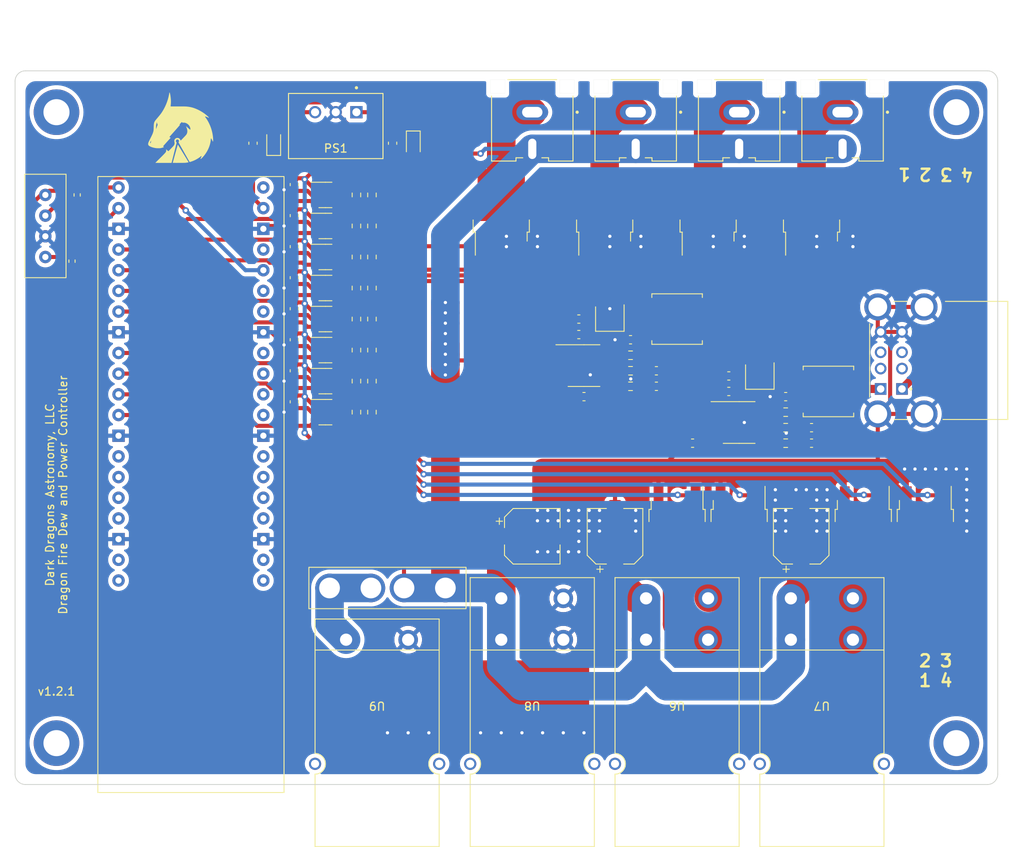
<source format=kicad_pcb>
(kicad_pcb (version 20211014) (generator pcbnew)
  (layers (0 "F.Cu" signal) (31 "B.Cu" signal) (34 "B.Paste" user) (35 "F.Paste" user) (36 "B.SilkS" user "B.Silkscreen") (37 "F.SilkS" user "F.Silkscreen") (38 "B.Mask" user) (39 "F.Mask" user) (44 "Edge.Cuts" user))
  (net 0 "")
  (net 1 "Net-(C9-Pad1)")
  (net 2 "GND")
  (net 3 "Net-(C9-Pad2)")
  (net 4 "USB_5V_1")
  (net 5 "Net-(C12-Pad1)")
  (net 6 "Net-(C13-Pad1)")
  (net 7 "Net-(C14-Pad1)")
  (net 8 "Net-(C15-Pad1)")
  (net 9 "Net-(C15-Pad2)")
  (net 10 "USB_5V_2")
  (net 11 "+3V3")
  (net 12 "Net-(C18-Pad1)")
  (net 13 "Net-(C20-Pad1)")
  (net 14 "Net-(C19-Pad1)")
  (net 15 "+5V")
  (net 16 "PWM_OUT_1")
  (net 17 "PWM_OUT_2")
  (net 18 "PWM_OUT_3")
  (net 19 "PWM_OUT_4")
  (net 21 "+12V")
  (net 23 "/Power/12V_PRE_FUSED")
  (net 26 "12V_IN_1")
  (net 27 "12V_IN_2")
  (net 28 "12V_IN_3")
  (net 29 "12V_IN_4")
  (net 30 "PWM_IN_1")
  (net 31 "PWM_IN_2")
  (net 32 "PWM_IN_3")
  (net 33 "PWM_IN_4")
  (net 34 "Net-(Q1-Pad1)")
  (net 35 "Net-(Q2-Pad1)")
  (net 36 "Net-(Q3-Pad1)")
  (net 37 "Net-(Q4-Pad1)")
  (net 38 "Net-(Q5-Pad1)")
  (net 39 "12V_OUT_1")
  (net 40 "Net-(Q6-Pad1)")
  (net 41 "12V_OUT_3")
  (net 42 "Net-(Q7-Pad1)")
  (net 43 "12V_OUT_2")
  (net 44 "Net-(Q8-Pad1)")
  (net 45 "12V_OUT_4")
  (net 46 "Net-(R1-Pad1)")
  (net 47 "Net-(R2-Pad1)")
  (net 48 "Net-(R5-Pad1)")
  (net 49 "Net-(R6-Pad1)")
  (net 50 "Net-(R11-Pad2)")
  (net 51 "Net-(R10-Pad1)")
  (net 52 "Net-(R13-Pad1)")
  (net 53 "Net-(R14-Pad1)")
  (net 54 "Net-(R17-Pad2)")
  (net 55 "Net-(R20-Pad2)")
  (net 56 "GPIO_0")
  (net 57 "GPIO_1")
  (net 58 "GPIO_2")
  (net 59 "GPIO_3")
  (net 60 "GPIO_4")
  (net 61 "GPIO_5")
  (net 62 "GPIO_6")
  (net 63 "GPIO_7")
  (net 64 "GPIO_8")
  (net 65 "GPIO_9")
  (net 66 "GPIO_10")
  (net 67 "GPIO_11")
  (net 68 "GPIO_12")
  (net 69 "GPIO_13")
  (net 71 "SDA")
  (net 72 "SCL")
  (net 73 "GPIO_14")
  (net 74 "GPIO_15")
  (net 90 "Net-(D2-Pad2)")
  (net 91 "Net-(D3-Pad1)")
  (footprint "01-rickbassham:CUI_RCJ-044" (layer "F.Cu") (at 92.71 49.53 90)
    (fp_text reference "J1" hide)
    (fp_text value "RCJ-044")
    (fp_line (start 4 3.35) (end 2.3 3.35) (layer "Edge.Cuts") (width 0.01))
    (fp_line (start 2.3 3.35) (end 2.3 5.15) (layer "Edge.Cuts") (width 0.01))
    (fp_line (start 4 -5.15) (end 2.3 -5.15) (layer "Edge.Cuts") (width 0.01))
    (fp_line (start 2.3 -5.15) (end 2.3 -3.35) (layer "Edge.Cuts") (width 0.01))
    (fp_line (start 4 -3.35) (end 4 -5.15) (layer "Edge.Cuts") (width 0.01))
    (fp_line (start 2.3 5.15) (end 4 5.15) (layer "Edge.Cuts") (width 0.01))
    (fp_line (start 2.3 -3.35) (end 4 -3.35) (layer "Edge.Cuts") (width 0.01))
    (fp_line (start 4 5.15) (end 4 3.35) (layer "Edge.Cuts") (width 0.01))
  )
  (footprint "Capacitor_SMD:C_0603_1608Metric" (layer "F.Cu") (at 99.06 84.455)
    (fp_text reference "C20" hide)
    (fp_text value "8.2nF")
  )
  (footprint "Capacitor_SMD:C_0603_1608Metric" (layer "F.Cu") (at 63.5 77.47 -90)
    (fp_text reference "C2" hide)
    (fp_text value "22uF")
  )
  (footprint "Resistor_SMD:R_0603_1608Metric" (layer "F.Cu") (at 104.775 81.28)
    (fp_text reference "R22" hide)
    (fp_text value "1.96kΩ")
  )
  (footprint "Resistor_SMD:R_0603_1608Metric" (layer "F.Cu") (at 71.12 67.31 90)
    (fp_text reference "R12" hide)
    (fp_text value "10kΩ")
  )
  (footprint "Package_TO_SOT_SMD:TO-252-2" (layer "F.Cu") (at 118.11 100.77 -90)
    (fp_text reference "Q2" hide)
    (fp_text value "AOD508")
  )
  (footprint "Package_TO_SOT_SMD:TO-252-2" (layer "F.Cu") (at 140.97 100.77 -90)
    (fp_text reference "Q1" hide)
    (fp_text value "AOD508")
  )
  (footprint "Package_TO_SOT_SMD:TO-252-2" (layer "F.Cu") (at 127 61.79 90)
    (fp_text reference "Q8" hide)
    (fp_text value "AOD508")
  )
  (footprint "Resistor_SMD:R_0603_1608Metric" (layer "F.Cu") (at 73.025 86.36 -90)
    (fp_text reference "R6" hide)
    (fp_text value "100Ω")
  )
  (footprint "Capacitor_SMD:C_0603_1608Metric" (layer "F.Cu") (at 107.95 83.185)
    (fp_text reference "C17" hide)
    (fp_text value "47uF")
  )
  (footprint "01-rickbassham:CUI_RCJ-044" (layer "F.Cu") (at 118.11 49.53 90)
    (fp_text reference "J3" hide)
    (fp_text value "RCJ-044")
    (fp_line (start 4 5.15) (end 4 3.35) (layer "Edge.Cuts") (width 0.01))
    (fp_line (start 2.3 5.15) (end 4 5.15) (layer "Edge.Cuts") (width 0.01))
    (fp_line (start 4 -5.15) (end 2.3 -5.15) (layer "Edge.Cuts") (width 0.01))
    (fp_line (start 4 3.35) (end 2.3 3.35) (layer "Edge.Cuts") (width 0.01))
    (fp_line (start 2.3 3.35) (end 2.3 5.15) (layer "Edge.Cuts") (width 0.01))
    (fp_line (start 2.3 -3.35) (end 4 -3.35) (layer "Edge.Cuts") (width 0.01))
    (fp_line (start 2.3 -5.15) (end 2.3 -3.35) (layer "Edge.Cuts") (width 0.01))
    (fp_line (start 4 -3.35) (end 4 -5.15) (layer "Edge.Cuts") (width 0.01))
  )
  (footprint "Capacitor_SMD:C_0603_1608Metric" (layer "F.Cu") (at 112.395 90.17 180)
    (fp_text reference "C14" hide)
    (fp_text value "8.2nF")
  )
  (footprint "Capacitor_SMD:CP_Elec_6.3x7.7" (layer "F.Cu") (at 125.73 101.6 90)
    (fp_text reference "C39" hide)
    (fp_text value "470uF")
  )
  (footprint "Package_TO_SOT_SMD:TO-252-2" (layer "F.Cu") (at 114.3 61.79 90)
    (fp_text reference "Q6" hide)
    (fp_text value "AOD508")
  )
  (footprint "Capacitor_SMD:C_0603_1608Metric" (layer "F.Cu") (at 127 90.17)
    (fp_text reference "C11" hide)
    (fp_text value "47uF")
  )
  (footprint "Resistor_SMD:R_0603_1608Metric" (layer "F.Cu") (at 71.12 86.36 90)
    (fp_text reference "R8" hide)
    (fp_text value "10kΩ")
  )
  (footprint "Capacitor_SMD:C_0603_1608Metric" (layer "F.Cu") (at 63.5 66.04 -90)
    (fp_text reference "C6" hide)
    (fp_text value "22uF")
  )
  (footprint "NetTie:NetTie-2_SMD_Pad0.5mm" (layer "F.Cu") (at 45.72 70.485)
    (fp_text reference "NT5" hide)
    (fp_text value "NetTie_2")
  )
  (footprint "Capacitor_SMD:C_0603_1608Metric" (layer "F.Cu") (at 63.5 85.09 -90)
    (fp_text reference "C4" hide)
    (fp_text value "22uF")
  )
  (footprint "NetTie:NetTie-2_SMD_Pad0.5mm" (layer "F.Cu") (at 38.1 59.69 -90)
    (fp_text reference "NT1" hide)
    (fp_text value "NetTie_2")
  )
  (footprint "Package_TO_SOT_SMD:SOT-23-5" (layer "F.Cu") (at 67.31 59.69)
    (fp_text reference "U25" hide)
    (fp_text value "UCC27517")
  )
  (footprint "Resistor_SMD:R_0603_1608Metric" (layer "F.Cu") (at 123.825 86.36)
    (fp_text reference "R18" hide)
    (fp_text value "61.9kΩ")
  )
  (footprint "NetTie:NetTie-2_SMD_Pad0.5mm" (layer "F.Cu") (at 45.72 80.645)
    (fp_text reference "NT8" hide)
    (fp_text value "NetTie_2")
  )
  (footprint "01-rickbassham:MountingHole_3.2mm_M3_DIN965_Pad" (layer "F.Cu") (at 144.78 49.53)
    (fp_text reference "H1")
    (fp_text value "MountingHole_Pad")
  )
  (footprint "01-rickbassham:CUI_RCJ-044" (layer "F.Cu") (at 130.81 49.53 90)
    (fp_text reference "J4" hide)
    (fp_text value "RCJ-044")
    (fp_line (start 4 5.15) (end 4 3.35) (layer "Edge.Cuts") (width 0.01))
    (fp_line (start 2.3 3.35) (end 2.3 5.15) (layer "Edge.Cuts") (width 0.01))
    (fp_line (start 4 3.35) (end 2.3 3.35) (layer "Edge.Cuts") (width 0.01))
    (fp_line (start 2.3 5.15) (end 4 5.15) (layer "Edge.Cuts") (width 0.01))
    (fp_line (start 4 -3.35) (end 4 -5.15) (layer "Edge.Cuts") (width 0.01))
    (fp_line (start 2.3 -3.35) (end 4 -3.35) (layer "Edge.Cuts") (width 0.01))
    (fp_line (start 2.3 -5.15) (end 2.3 -3.35) (layer "Edge.Cuts") (width 0.01))
    (fp_line (start 4 -5.15) (end 2.3 -5.15) (layer "Edge.Cuts") (width 0.01))
  )
  (footprint "Package_TO_SOT_SMD:TO-252-2" (layer "F.Cu") (at 110.49 100.77 -90)
    (fp_text reference "Q4" hide)
    (fp_text value "AOD508")
  )
  (footprint "NetTie:NetTie-2_SMD_Pad0.5mm" (layer "F.Cu") (at 45.72 67.945)
    (fp_text reference "NT4" hide)
    (fp_text value "NetTie_2")
  )
  (footprint "Resistor_SMD:R_0603_1608Metric" (layer "F.Cu") (at 73.025 59.69 -90)
    (fp_text reference "R9" hide)
    (fp_text value "100Ω")
  )
  (footprint "01-rickbassham:SS54" (layer "F.Cu") (at 102.235 75.43 90)
    (fp_text reference "D4" hide)
    (fp_text value "SS54")
  )
  (footprint "Diode_SMD:D_SOD-323" (layer "F.Cu") (at 78.1 53.34 -90)
    (fp_text reference "D3" hide)
    (fp_text value "1N5819WS")
  )
  (footprint "Package_TO_SOT_SMD:SOT-23-5" (layer "F.Cu") (at 67.31 71.12)
    (fp_text reference "U28" hide)
    (fp_text value "UCC27517")
  )
  (footprint "01-rickbassham:SS54" (layer "F.Cu") (at 120.65 82.55 90)
    (fp_text reference "D1" hide)
    (fp_text value "SS54")
  )
  (footprint "Capacitor_SMD:C_0603_1608Metric" (layer "F.Cu") (at 58.42 53.34 90)
    (fp_text reference "C41" hide)
    (fp_text value "22uF")
  )
  (footprint "Resistor_SMD:R_0402_1005Metric" (layer "F.Cu") (at 36.83 59.69 -90)
    (fp_text reference "R29" hide)
    (fp_text value "10k")
  )
  (footprint "NetTie:NetTie-2_SMD_Pad0.5mm" (layer "F.Cu") (at 45.72 65.405)
    (fp_text reference "NT3" hide)
    (fp_text value "NetTie_2")
  )
  (footprint "Capacitor_SMD:C_0603_1608Metric" (layer "F.Cu") (at 98.425 76.835)
    (fp_text reference "C16" hide)
    (fp_text value "22uF")
  )
  (footprint "Diode_SMD:D_SOD-323" (layer "F.Cu") (at 60.96 53.34 90)
    (fp_text reference "D2" hide)
    (fp_text value "BAT60A")
  )
  (footprint "01-rickbassham:MountingHole_3.2mm_M3_DIN965_Pad" (layer "F.Cu") (at 34.29 127)
    (fp_text reference "H4")
    (fp_text value "MountingHole_Pad")
  )
  (footprint "Resistor_SMD:R_0603_1608Metric" (layer "F.Cu") (at 71.12 71.12 90)
    (fp_text reference "R16" hide)
    (fp_text value "10kΩ")
  )
  (footprint "Inductor_SMD:L_Bourns_SRN6045TA" (layer "F.Cu") (at 129.075 83.82)
    (fp_text reference "L1" hide)
    (fp_text value "L_Iron")
  )
  (footprint "01-rickbassham:CONV_P78E05-1000" (layer "F.Cu") (at 68.58 49.53 180)
    (fp_text reference "PS1")
    (fp_text value "P78E05-1000")
  )
  (footprint "Capacitor_SMD:C_0603_1608Metric" (layer "F.Cu") (at 98.425 74.93)
    (fp_text reference "C15" hide)
    (fp_text value "100nF")
  )
  (footprint "01-rickbassham:TE_1903815-1" (layer "F.Cu") (at 138.105 83.51 90)
    (fp_text reference "J5" hide)
    (fp_text value "1903815-1")
  )
  (footprint "01-rickbassham:Keystone 3522-2 Fuse Holder" (layer "F.Cu") (at 72.9 107.95 180)
    (fp_text reference "F1" hide)
    (fp_text value "Fuse")
  )
  (footprint "01-rickbassham:MountingHole_3.2mm_M3_DIN965_Pad" (layer "F.Cu") (at 144.78 127)
    (fp_text reference "H3")
    (fp_text value "MountingHole_Pad")
  )
  (footprint "01-rickbassham:MountingHole_3.2mm_M3_DIN965_Pad" (layer "F.Cu") (at 34.29 49.53)
    (fp_text reference "H2")
    (fp_text value "MountingHole_Pad")
  )
  (footprint "darkdragons:w5100s-evb-pico-no-debug" (layer "F.Cu") (at 41.91 58.7725 90)
    (fp_text reference "U1" hide)
    (fp_text value "WIZNET-W5100")
  )
  (footprint "Resistor_SMD:R_0603_1608Metric" (layer "F.Cu") (at 123.825 90.17 180)
    (fp_text reference "R17" hide)
    (fp_text value "10.2kΩ")
  )
  (footprint "Package_TO_SOT_SMD:TO-252-2" (layer "F.Cu") (at 133.35 100.77 -90)
    (fp_text reference "Q3" hide)
    (fp_text value "AOD508")
  )
  (footprint "Capacitor_SMD:C_0603_1608Metric" (layer "F.Cu") (at 63.5 73.66 -90)
    (fp_text reference "C1" hide)
    (fp_text value "22uF")
  )
  (footprint "01-rickbassham:PP25-1317G12-1317G11-BK-DOUBLE" (layer "F.Cu") (at 92.71 121.92 180)
    (fp_text reference "U8")
    (fp_text value "PP25-1317G12-1317G11-BK-DOUBLE")
  )
  (footprint "01-rickbassham:PP25-1317G12-1317G11-BK-DOUBLE" (layer "F.Cu") (at 128.27 121.92 180)
    (fp_text reference "U7")
    (fp_text value "PP25-1317G12-1317G11-BK-DOUBLE")
  )
  (footprint "01-rickbassham:logo_small" (layer "F.Cu") (at 49.53 51.435)
    (fp_text reference "G***" hide)
    (fp_text value "LOGO" hide)
  )
  (footprint "Resistor_SMD:R_0603_1608Metric" (layer "F.Cu") (at 73.025 67.31 -90)
    (fp_text reference "R10" hide)
    (fp_text value "100Ω")
  )
  (footprint "Package_TO_SOT_SMD:SOT-23-5" (layer "F.Cu") (at 67.31 63.5)
    (fp_text reference "U27" hide)
    (fp_text value "UCC27517")
  )
  (footprint "Resistor_SMD:R_0603_1608Metric" (layer "F.Cu") (at 73.025 63.5 -90)
    (fp_text reference "R13" hide)
    (fp_text value "100Ω")
  )
  (footprint "Package_TO_SOT_SMD:TO-252-2" (layer "F.Cu") (at 88.9 61.79 90)
    (fp_text reference "Q5" hide)
    (fp_text value "AOD508")
  )
  (footprint "Capacitor_SMD:C_0603_1608Metric" (layer "F.Cu") (at 127 88.265)
    (fp_text reference "C12" hide)
    (fp_text value "10pF")
  )
  (footprint "Capacitor_SMD:C_0603_1608Metric" (layer "F.Cu") (at 63.5 58.42 -90)
    (fp_text reference "C5" hide)
    (fp_text value "22uF")
  )
  (footprint "Capacitor_SMD:C_0603_1608Metric" (layer "F.Cu") (at 104.775 77.47 180)
    (fp_text reference "C19" hide)
    (fp_text value "1nF")
  )
  (footprint "Resistor_SMD:R_0603_1608Metric" (layer "F.Cu") (at 73.025 74.93 -90)
    (fp_text reference "R1" hide)
    (fp_text value "100Ω")
  )
  (footprint "01-rickbassham:CUI_RCJ-044" (layer "F.Cu") (at 105.41 49.53 90)
    (fp_text reference "J2" hide)
    (fp_text value "RCJ-044")
    (fp_line (start 2.3 5.15) (end 4 5.15) (layer "Edge.Cuts") (width 0.01))
    (fp_line (start 4 -3.35) (end 4 -5.15) (layer "Edge.Cuts") (width 0.01))
    (fp_line (start 4 5.15) (end 4 3.35) (layer "Edge.Cuts") (width 0.01))
    (fp_line (start 4 -5.15) (end 2.3 -5.15) (layer "Edge.Cuts") (width 0.01))
    (fp_line (start 2.3 3.35) (end 2.3 5.15) (layer "Edge.Cuts") (width 0.01))
    (fp_line (start 2.3 -5.15) (end 2.3 -3.35) (layer "Edge.Cuts") (width 0.01))
    (fp_line (start 4 3.35) (end 2.3 3.35) (layer "Edge.Cuts") (width 0.01))
    (fp_line (start 2.3 -3.35) (end 4 -3.35) (layer "Edge.Cuts") (width 0.01))
  )
  (footprint "Capacitor_SMD:CP_Elec_6.3x7.7" (layer "F.Cu") (at 92.71 101.6)
    (fp_text reference "C40" hide)
    (fp_text value "470uF")
  )
  (footprint "Package_TO_SOT_SMD:SOT-23-5" (layer "F.Cu") (at 67.31 82.55)
    (fp_text reference "U3" hide)
    (fp_text value "UCC27517")
  )
  (footprint "Package_TO_SOT_SMD:SOT-23-5" (layer "F.Cu") (at 67.31 74.93)
    (fp_text reference "U2" hide)
    (fp_text value "UCC27517")
  )
  (footprint "Capacitor_SMD:C_0603_1608Metric" (layer "F.Cu") (at 123.825 84.455 180)
    (fp_text reference "C13" hide)
    (fp_text value "1nF")
  )
  (footprint "Capacitor_SMD:C_0603_1608Metric" (layer "F.Cu") (at 63.5 81.28 -90)
    (fp_text reference "C3" hide)
    (fp_text value "22uF")
  )
  (footprint "Inductor_SMD:L_Bourns_SRN6045TA" (layer "F.Cu") (at 110.49 74.93)
    (fp_text reference "L2" hide)
    (fp_text value "L_Iron")
  )
  (footprint "Resistor_SMD:R_0603_1608Metric" (layer "F.Cu") (at 104.775 79.375)
    (fp_text reference "R21" hide)
    (fp_text value "61.9kΩ")
  )
  (footprint "Capacitor_SMD:CP_Elec_6.3x7.7" (layer "F.Cu") (at 102.87 101.6 90)
    (fp_text reference "C38" hide)
    (fp_text value "470uF")
  )
  (footprint "Capacitor_SMD:C_0603_1608Metric" (layer "F.Cu") (at 116.84 83.82)
    (fp_text reference "C10" hide)
    (fp_text value "22uF")
  )
  (footprint "Package_TO_SOT_SMD:SOT-23-5" (layer "F.Cu") (at 67.31 86.36)
    (fp_text reference "U24" hide)
    (fp_text value "UCC27517")
  )
  (footprint "Resistor_SMD:R_0603_1608Metric" (layer "F.Cu") (at 73.025 78.74 -90)
    (fp_text reference "R5" hide)
    (fp_text value "100Ω")
  )
  (footprint "Capacitor_SMD:C_0603_1608Metric" (layer "F.Cu") (at 107.95 81.28)
    (fp_text reference "C18" hide)
    (fp_text value "10pF")
  )
  (footprint "Resistor_SMD:R_0603_1608Metric" (layer "F.Cu") (at 71.12 82.55 90)
    (fp_text reference "R4" hide)
    (fp_text value "10kΩ")
  )
  (footprint "NetTie:NetTie-2_SMD_Pad0.5mm" (layer "F.Cu") (at 45.72 83.185)
    (fp_text reference "NT9" hide)
    (fp_text value "NetTie_2")
  )
  (footprint "Resistor_SMD:R_0603_1608Metric" (layer "F.Cu") (at 123.825 88.265)
    (fp_text reference "R19" hide)
    (fp_text value "1.96kΩ")
  )
  (footprint "Resistor_SMD:R_0603_1608Metric" (layer "F.Cu") (at 73.025 71.12 -90)
    (fp_text reference "R14" hide)
    (fp_text value "100Ω")
  )
  (footprint "Resistor_SMD:R_0603_1608Metric" (layer "F.Cu") (at 104.775 83.185 180)
    (fp_text reference "R20" hide)
    (fp_text value "10.2kΩ")
  )
  (footprint "Resistor_SMD:R_0603_1608Metric" (layer "F.Cu") (at 71.12 59.69 90)
    (fp_text reference "R11" hide)
    (fp_text value "10kΩ")
  )
  (footprint "Package_SO:SOIC-8_3.9x4.9mm_P1.27mm" (layer "F.Cu") (at 118.11 87.63)
    (fp_text reference "U29" hide)
    (fp_text value "TPS54331DR")
  )
  (footprint "Resistor_SMD:R_0603_1608Metric" (layer "F.Cu") (at 71.12 78.74 90)
    (fp_text reference "R7" hide)
    (fp_text value "10kΩ")
  )
  (footprint "Resistor_SMD:R_0603_1608Metric" (layer "F.Cu") (at 71.12 74.93 90)
    (fp_text reference "R3" hide)
    (fp_text value "10kΩ")
  )
  (footprint "NetTie:NetTie-2_SMD_Pad0.5mm" (layer "F.Cu") (at 45.72 86.36)
    (fp_text reference "NT10" hide)
    (fp_text value "NetTie_2")
  )
  (footprint "Resistor_SMD:R_0603_1608Metric" (layer "F.Cu") (at 73.025 82.55 -90)
    (fp_text reference "R2" hide)
    (fp_text value "100Ω")
  )
  (footprint "Resistor_SMD:R_0402_1005Metric" (layer "F.Cu") (at 36.195 67.82 -90)
    (fp_text reference "R31" hide)
    (fp_text value "10k")
  )
  (footprint "Capacitor_SMD:C_0603_1608Metric" (layer "F.Cu") (at 116.84 81.915)
    (fp_text reference "C9" hide)
    (fp_text value "100nF")
  )
  (footprint "Capacitor_SMD:C_0603_1608Metric" (layer "F.Cu") (at 63.5 69.85 -90)
    (fp_text reference "C8" hide)
    (fp_text value "22uF")
  )
  (footprint "NetTie:NetTie-2_SMD_Pad0.5mm" (layer "F.Cu") (at 38.1 62.23 180)
    (fp_text reference "NT2" hide)
    (fp_text value "NetTie_2")
  )
  (footprint "Package_TO_SOT_SMD:TO-252-2" (layer "F.Cu") (at 101.6 61.79 90)
    (fp_text reference "Q7" hide)
    (fp_text value "AOD508")
  )
  (footprint "NetTie:NetTie-2_SMD_Pad0.5mm" (layer "F.Cu") (at 45.72 78.105)
    (fp_text reference "NT7" hide)
    (fp_text value "NetTie_2")
  )
  (footprint "01-rickbassham:PP25-1317G12-BK" (layer "F.Cu") (at 73.66 121.92 180)
    (fp_text reference "U9")
    (fp_text value "PP25-1317G12-BK")
  )
  (footprint "01-rickbassham:PP25-1317G12-1317G11-BK-DOUBLE" (layer "F.Cu") (at 110.49 121.92 180)
    (fp_text reference "U6")
    (fp_text value "PP25-1317G12-1317G11-BK-DOUBLE")
  )
  (footprint "Package_TO_SOT_SMD:SOT-23-5" (layer "F.Cu") (at 67.31 78.74)
    (fp_text reference "U4" hide)
    (fp_text value "UCC27517")
  )
  (footprint "Package_SO:SOIC-8_3.9x4.9mm_P1.27mm" (layer "F.Cu") (at 99.06 80.645)
    (fp_text reference "U30" hide)
    (fp_text value "TPS54331DR")
  )
  (footprint "Capacitor_SMD:C_0603_1608Metric" (layer "F.Cu") (at 63.5 62.23 -90)
    (fp_text reference "C7" hide)
    (fp_text value "22uF")
  )
  (footprint "Package_TO_SOT_SMD:SOT-23-5" (layer "F.Cu") (at 67.31 67.31)
    (fp_text reference "U26" hide)
    (fp_text value "UCC27517")
  )
  (footprint "01-rickbassham:AM2320" (layer "F.Cu") (at 38.005 62.23 -90)
    (fp_text reference "U5" hide)
    (fp_text value "AM2320")
  )
  (footprint "NetTie:NetTie-2_SMD_Pad0.5mm" (layer "F.Cu") (at 45.72 73.025)
    (fp_text reference "NT6" hide)
    (fp_text value "NetTie_2")
  )
  (footprint "Resistor_SMD:R_0603_1608Metric" (layer "F.Cu") (at 71.12 63.5 90)
    (fp_text reference "R15" hide)
    (fp_text value "10kΩ")
  )
  (footprint "Capacitor_SMD:C_0603_1608Metric" (layer "F.Cu") (at 75.56 53.34 90)
    (fp_text reference "C42" hide)
    (fp_text value "10uF")
  )
  (gr_line (start 29.21 45.72) (end 29.21 130.81) (layer "Edge.Cuts") (width 0.1))
  (gr_line (start 149.86 130.81) (end 149.86 45.72) (layer "Edge.Cuts") (width 0.1))
  (gr_arc (start 29.21 45.72) (mid 29.581974 44.821974) (end 30.48 44.45) (layer "Edge.Cuts") (width 0.1))
  (gr_line (start 30.48 132.08) (end 148.59 132.08) (layer "Edge.Cuts") (width 0.1))
  (gr_line (start 148.59 44.45) (end 30.48 44.45) (layer "Edge.Cuts") (width 0.1))
  (gr_arc (start 149.86 130.81) (mid 149.488026 131.708026) (end 148.59 132.08) (layer "Edge.Cuts") (width 0.1))
  (gr_arc (start 30.48 132.08) (mid 29.581974 131.708026) (end 29.21 130.81) (layer "Edge.Cuts") (width 0.1))
  (gr_arc (start 148.59 44.45) (mid 149.488026 44.821974) (end 149.86 45.72) (layer "Edge.Cuts") (width 0.1))
  (gr_text "v1.2.1" (at 34.29 120.65) (layer "F.SilkS") (effects (font (size 1 1))))
  (gr_text "2 3\n1 4" (at 142.24 118.11) (layer "F.SilkS") (effects (font (size 1.5 1.5) (thickness 0.3))))
  (gr_text "Dark Dragons Astronomy, LLC\nDragon Fire Dew and Power Controller" (at 34.29 96.52 90) (layer "F.SilkS") (effects (font (size 1 1))))
  (gr_text "4 3 2 1" (at 142.24 57.15 180) (layer "F.SilkS") (effects (font (size 1.5 1.5) (thickness 0.3))))
  (segment (start 115.16548 85.25548) (end 115.16548 82.81452) (width 0.5) (layer "F.Cu") (net 1))
  (segment (start 115.635 85.725) (end 115.16548 85.25548) (width 0.5) (layer "F.Cu") (net 1))
  (segment (start 115.16548 82.81452) (end 116.065 81.915) (width 0.5) (layer "F.Cu") (net 1))
  (segment (start 66.1725 67.31) (end 67.4975 67.31) (width 0.5) (layer "F.Cu") (net 2))
  (segment (start 65.117151 63.005) (end 65.612151 63.5) (width 0.5) (layer "F.Cu") (net 2))
  (segment (start 100.11048 79.138329) (end 100.982151 80.01) (width 0.5) (layer "F.Cu") (net 2))
  (segment (start 62.23 82.55) (end 63.005 82.55) (width 0.5) (layer "F.Cu") (net 2))
  (segment (start 68.58 49.53) (end 71.615 52.565) (width 0.5) (layer "F.Cu") (net 2))
  (segment (start 100.982151 80.01) (end 101.535 80.01) (width 0.5) (layer "F.Cu") (net 2))
  (segment (start 68.4475 60.64) (end 70.995 60.64) (width 0.5) (layer "F.Cu") (net 2))
  (segment (start 104.7995 82.280027) (end 104.7995 82.388252) (width 0.4) (layer "F.Cu") (net 2))
  (segment (start 67.4975 78.74) (end 68.4475 79.69) (width 0.5) (layer "F.Cu") (net 2))
  (segment (start 63.005 82.55) (end 63.5 82.055) (width 0.5) (layer "F.Cu") (net 2))
  (segment (start 63.5 78.245) (end 65.117151 78.245) (width 0.5) (layer "F.Cu") (net 2))
  (segment (start 135.135 73.44) (end 135.135 76.16) (width 0.5) (layer "F.Cu") (net 2))
  (segment (start 62.658511 48.326489) (end 58.42 52.565) (width 0.5) (layer "F.Cu") (net 2))
  (segment (start 66.1725 59.69) (end 67.4975 59.69) (width 0.5) (layer "F.Cu") (net 2))
  (segment (start 65.612151 63.5) (end 66.1725 63.5) (width 0.5) (layer "F.Cu") (net 2))
  (segment (start 63.5 74.435) (end 65.117151 74.435) (width 0.5) (layer "F.Cu") (net 2))
  (segment (start 65.612151 78.74) (end 66.1725 78.74) (width 0.5) (layer "F.Cu") (net 2))
  (segment (start 67.4975 74.93) (end 68.4475 75.88) (width 0.5) (layer "F.Cu") (net 2))
  (segment (start 66.1725 82.55) (end 67.4975 82.55) (width 0.5) (layer "F.Cu") (net 2))
  (segment (start 63.5 59.195) (end 65.117151 59.195) (width 0.5) (layer "F.Cu") (net 2))
  (segment (start 70.995 83.5) (end 71.12 83.375) (width 0.5) (layer "F.Cu") (net 2))
  (segment (start 70.995 64.45) (end 71.12 64.325) (width 0.5) (layer "F.Cu") (net 2))
  (segment (start 59.69 63.8525) (end 60.0425 63.5) (width 0.5) (layer "F.Cu") (net 2))
  (segment (start 111.62 90.17) (end 108.21 93.58) (width 0.5) (layer "F.Cu") (net 2))
  (segment (start 63.36 78.105) (end 63.5 78.245) (width 0.5) (layer "F.Cu") (net 2))
  (segment (start 63.36 74.295) (end 63.5 74.435) (width 0.5) (layer "F.Cu") (net 2))
  (segment (start 59.69 76.5525) (end 60.6775 76.5525) (width 0.5) (layer "F.Cu") (net 2))
  (segment (start 99.835 81.775) (end 99.835 84.455) (width 0.5) (layer "F.Cu") (net 2))
  (segment (start 62.23 59.055) (end 63.36 59.055) (width 0.5) (layer "F.Cu") (net 2))
  (segment (start 68.58 49.53) (end 67.376489 48.326489) (width 0.5) (layer "F.Cu") (net 2))
  (segment (start 107.80048 82.20452) (end 108.725 81.28) (width 0.5) (layer "F.Cu") (net 2))
  (segment (start 136.648511 85.066489) (end 135.135 86.58) (width 0.5) (layer "F.Cu") (net 2))
  (segment (start 67.4975 71.12) (end 68.4475 72.07) (width 0.5) (layer "F.Cu") (net 2))
  (segment (start 65.117151 82.055) (end 65.612151 82.55) (width 0.5) (layer "F.Cu") (net 2))
  (segment (start 67.4975 82.55) (end 68.4475 83.5) (width 0.5) (layer "F.Cu") (net 2))
  (segment (start 67.376489 48.326489) (end 62.658511 48.326489) (width 0.5) (layer "F.Cu") (net 2))
  (segment (start 70.995 79.69) (end 71.12 79.565) (width 0.5) (layer "F.Cu") (net 2))
  (segment (start 100.982151 80.01) (end 99.835 81.157151) (width 0.5) (layer "F.Cu") (net 2))
  (segment (start 123.05 84.455) (end 121.92 84.455) (width 0.5) (layer "F.Cu") (net 2))
  (segment (start 124.65 88.265) (end 125.57452 89.18952) (width 0.5) (layer "F.Cu") (net 2))
  (segment (start 119.16048 85.36548) (end 119.16048 86.123329) (width 0.5) (layer "F.Cu") (net 2))
  (segment (start 117.615 83.82) (end 118.745 84.95) (width 0.5) (layer "F.Cu") (net 2))
  (segment (start 65.612151 86.36) (end 65.117151 85.865) (width 0.5) (layer "F.Cu") (net 2))
  (segment (start 63.005 63.5) (end 63.5 63.005) (width 0.5) (layer "F.Cu") (net 2))
  (segment (start 67.4975 86.36) (end 68.4475 87.31) (width 0.5) (layer "F.Cu") (net 2))
  (segment (start 68.4475 64.45) (end 70.995 64.45) (width 0.5) (layer "F.Cu") (net 2))
  (segment (start 135.135 93.015) (end 138.69 96.57) (width 0.5) (layer "F.Cu") (net 2))
  (segment (start 120.585 86.995) (end 121.137849 86.995) (width 0.5) (layer "F.Cu") (net 2))
  (segment (start 68.4475 68.26) (end 70.995 68.26) (width 0.5) (layer "F.Cu") (net 2))
  (segment (start 135.135 76.16) (end 135.485 76.51) (width 0.5) (layer "F.Cu") (net 2))
  (segment (start 135.135 73.44) (end 140.815 73.44) (width 0.5) (layer "F.Cu") (net 2))
  (segment (start 66.1725 86.36) (end 67.4975 86.36) (width 0.5) (layer "F.Cu") (net 2))
  (segment (start 104.7995 82.280027) (end 104.7995 81.8905) (width 0.4) (layer "F.Cu") (net 2))
  (segment (start 70.995 60.64) (end 71.12 60.515) (width 0.5) (layer "F.Cu") (net 2))
  (segment (start 63.5 63.005) (end 65.117151 63.005) (width 0.5) (layer "F.Cu") (net 2))
  (segment (start 120.65 78.75) (end 133.245 78.75) (width 0.5) (layer "F.Cu") (net 2))
  (segment (start 70.995 87.31) (end 71.12 87.185) (width 0.5) (layer "F.Cu") (net 2))
  (segment (start 100.11048 77.88548) (end 100.11048 79.138329) (width 0.5) (layer "F.Cu") (net 2))
  (segment (start 65.612151 59.69) (end 66.1725 59.69) (width 0.5) (layer "F.Cu") (net 2))
  (segment (start 68.4475 75.88) (end 70.995 75.88) (width 0.5) (layer "F.Cu") (net 2))
  (segment (start 118.745 84.95) (end 118.745 87.63) (width 0.5) (layer "F.Cu") (net 2))
  (segment (start 65.117151 78.245) (end 65.612151 78.74) (width 0.5) (layer "F.Cu") (net 2))
  (segment (start 68.4475 72.07) (end 70.995 72.07) (width 0.5) (layer "F.Cu") (net 2))
  (segment (start 136.648511 77.673511) (end 136.648511 85.066489) (width 0.5) (layer "F.Cu") (net 2))
  (segment (start 63.5 66.815) (end 65.117151 66.815) (width 0.5) (layer "F.Cu") (net 2))
  (segment (start 66.1725 63.5) (end 67.4975 63.5) (width 0.5) (layer "F.Cu") (net 2))
  (segment (start 68.4475 87.31) (end 70.995 87.31) (width 0.5) (layer "F.Cu") (net 2))
  (segment (start 106.52452 82.20452) (end 107.80048 82.20452) (width 0.5) (layer "F.Cu") (net 2))
  (segment (start 60.6775 76.5525) (end 62.23 78.105) (width 0.5) (layer "F.Cu") (net 2))
  (segment (start 104.7995 81.8905) (end 105.41 81.28) (width 0.4) (layer "F.Cu") (net 2))
  (segment (start 67.4975 59.69) (end 68.4475 60.64) (width 0.5) (layer "F.Cu") (net 2))
  (segment (start 70.995 75.88) (end 71.12 75.755) (width 0.5) (layer "F.Cu") (net 2))
  (segment (start 63.5 82.055) (end 65.117151 82.055) (width 0.5) (layer "F.Cu") (net 2))
  (segment (start 62.23 78.105) (end 63.36 78.105) (width 0.5) (layer "F.Cu") (net 2))
  (segment (start 105.41 81.28) (end 105.6 81.28) (width 0.4) (layer "F.Cu") (net 2))
  (segment (start 101.535 80.01) (end 102.235 80.01) (width 0.5) (layer "F.Cu") (net 2))
  (segment (start 99.2 76.975) (end 100.11048 77.88548) (width 0.5) (layer "F.Cu") (net 2))
  (segment (start 66.1725 78.74) (end 67.4975 78.74) (width 0.5) (layer "F.Cu") (net 2))
  (segment (start 135.485 76.51) (end 136.648511 77.673511) (width 0.5) (layer "F.Cu") (net 2))
  (segment (start 135.135 86.58) (end 140.815 86.58) (width 0.5) (layer "F.Cu") (net 2))
  (segment (start 65.612151 82.55) (end 66.1725 82.55) (width 0.5) (layer "F.Cu") (net 2))
  (segment (start 65.117151 74.435) (end 65.612151 74.93) (width 0.5) (layer "F.Cu") (net 2))
  (segment (start 65.612151 74.93) (end 66.1725 74.93) (width 0.5) (layer "F.Cu") (net 2))
  (segment (start 68.4475 79.69) (end 70.995 79.69) (width 0.5) (layer "F.Cu") (net 2))
  (segment (start 71.615 52.565) (end 75.56 52.565) (width 0.5) (layer "F.Cu") (net 2))
  (segment (start 62.23 86.36) (end 63.005 86.36) (width 0.5) (layer "F.Cu") (net 2))
  (segment (start 133.245 78.75) (end 135.485 76.51) (width 0.5) (layer "F.Cu") (net 2))
  (segment (start 105.6 81.28) (end 106.52452 82.20452) (width 0.5) (layer "F.Cu") (net 2))
  (segment (start 65.612151 67.31) (end 66.1725 67.31) (width 0.5) (layer "F.Cu") (net 2))
  (segment (start 66.1725 71.12) (end 67.4975 71.12) (width 0.5) (layer "F.Cu") (net 2))
  (segment (start 62.23 74.295) (end 63.36 74.295) (width 0.5) (layer "F.Cu") (net 2))
  (segment (start 63.36 59.055) (end 63.5 59.195) (width 0.5) (layer "F.Cu") (net 2))
  (segment (start 123.892793 88.832207) (end 124.46 88.265) (width 0.4) (layer "F.Cu") (net 2))
  (segment (start 120.032151 86.995) (end 120.585 86.995) (width 0.5) (layer "F.Cu") (net 2))
  (segment (start 70.995 72.07) (end 71.12 71.945) (width 0.5) (layer "F.Cu") (net 2))
  (segment (start 63.005 71.12) (end 63.5 70.625) (width 0.5) (layer "F.Cu") (net 2))
  (segment (start 117.615 83.82) (end 119.16048 85.36548) (width 0.5) (layer "F.Cu") (net 2))
  (segment (start 67.4975 67.31) (end 68.4475 68.26) (width 0.5) (layer "F.Cu") (net 2))
  (segment (start 62.23 71.12) (end 63.005 71.12) (width 0.5) (layer "F.Cu") (net 2))
  (segment (start 99.2 76.835) (end 99.2 76.975) (width 0.5) (layer "F.Cu") (net 2))
  (segment (start 62.23 63.5) (end 63.005 63.5) (width 0.5) (layer "F.Cu") (net 2))
  (segment (start 63.36 66.675) (end 63.5 66.815) (width 0.5) (layer "F.Cu") (net 2))
  (segment (start 102.235 73.66) (end 102.235 71.63) (width 0.5) (layer "F.Cu") (net 2))
  (segment (start 135.485 76.51) (end 138.105 76.51) (width 0.5) (layer "F.Cu") (net 2))
  (segment (start 126.85048 89.18952) (end 127.775 88.265) (width 0.5) (layer "F.Cu") (net 2))
  (segment (start 68.4475 83.5) (end 70.995 83.5) (width 0.5) (layer "F.Cu") (net 2))
  (segment (start 63.005 86.36) (end 63.5 85.865) (width 0.5) (layer "F.Cu") (net 2))
  (segment (start 127.775 90.17) (end 127.775 88.265) (width 0.5) (layer "F.Cu") (net 2))
  (segment (start 65.117151 66.815) (end 65.612151 67.31) (width 0.5) (layer "F.Cu") (net 2))
  (segment (start 65.612151 71.12) (end 66.1725 71.12) (width 0.5) (layer "F.Cu") (net 2))
  (segment (start 108.725 81.28) (end 108.725 83.185) (width 0.5) (layer "F.Cu") (net 2))
  (segment (start 108.21 93.58) (end 108.21 96.57) (width 0.5) (layer "F.Cu") (net 2))
  (segment (start 66.1725 74.93) (end 67.4975 74.93) (width 0.5) (layer "F.Cu") (net 2))
  (segment (start 104.7995 82.388252) (end 104.775 82.412752) (width 0.4) (layer "F.Cu") (net 2))
  (segment (start 65.117151 70.625) (end 65.612151 71.12) (width 0.5) (layer "F.Cu") (net 2))
  (segment (start 123.892793 88.939048) (end 123.892793 88.832207) (width 0.4) (layer "F.Cu") (net 2))
  (segment (start 67.4975 63.5) (end 68.4475 64.45) (width 0.5) (layer "F.Cu") (net 2))
  (segment (start 66.1725 86.36) (end 65.612151 86.36) (width 0.5) (layer "F.Cu") (net 2))
  (segment (start 99.835 81.157151) (end 99.835 81.775) (width 0.5) (layer "F.Cu") (net 2))
  (segment (start 60.0425 63.5) (end 62.23 63.5) (width 0.5) (layer "F.Cu") (net 2))
  (segment (start 102.87 77.47) (end 104 77.47) (width 0.5) (layer "F.Cu") (net 2))
  (segment (start 119.16048 86.123329) (end 120.032151 86.995) (width 0.5) (layer "F.Cu") (net 2))
  (segment (start 135.135 86.58) (end 135.135 93.015) (width 0.5) (layer "F.Cu") (net 2))
  (segment (start 62.23 66.675) (end 63.36 66.675) (width 0.5) (layer "F.Cu") (net 2))
  (segment (start 125.57452 89.18952) (end 126.85048 89.18952) (width 0.5) (layer "F.Cu") (net 2))
  (segment (start 65.117151 85.865) (end 63.5 85.865) (width 0.5) (layer "F.Cu") (net 2))
  (segment (start 65.117151 59.195) (end 65.612151 59.69) (width 0.5) (layer "F.Cu") (net 2))
  (segment (start 70.995 68.26) (end 71.12 68.135) (width 0.5) (layer "F.Cu") (net 2))
  (segment (start 124.46 88.265) (end 124.65 88.265) (width 0.4) (layer "F.Cu") (net 2))
  (segment (start 63.5 70.625) (end 65.117151 70.625) (width 0.5) (layer "F.Cu") (net 2))
  (via (at 100.965 100.965) (size 0.8) (drill 0.4) (layers "F.Cu" "B.Cu") (net 2))
  (via (at 106.045 64.77) (size 0.8) (drill 0.4) (layers "F.Cu" "B.Cu") (net 2))
  (via (at 128.905 98.425) (size 0.8) (drill 0.4) (layers "F.Cu" "B.Cu") (net 2))
  (via (at 100.965 99.695) (size 0.8) (drill 0.4) (layers "F.Cu" "B.Cu") (net 2))
  (via (at 128.905 99.695) (size 0.8) (drill 0.4) (layers "F.Cu" "B.Cu") (net 2))
  (via (at 62.23 59.055) (size 0.8) (drill 0.4) (layers "F.Cu" "B.Cu") (net 2))
  (via (at 127.635 95.885) (size 0.8) (drill 0.4) (layers "F.Cu" "B.Cu") (net 2))
  (via (at 77.47 125.73) (size 0.8) (drill 0.4) (layers "F.Cu" "B.Cu") (net 2))
  (via (at 99.835 81.775) (size 0.8) (drill 0.4) (layers "F.Cu" "B.Cu") (net 2))
  (via (at 106.045 66.04) (size 0.8) (drill 0.4) (layers "F.Cu" "B.Cu") (net 2))
  (via (at 95.885 99.695) (size 0.8) (drill 0.4) (layers "F.Cu" "B.Cu") (net 2))
  (via (at 97.155 99.695) (size 0.8) (drill 0.4) (layers "F.Cu" "B.Cu") (net 2))
  (via (at 102.235 66.04) (size 0.8) (drill 0.4) (layers "F.Cu" "B.Cu") (net 2))
  (via (at 99.695 99.695) (size 0.8) (drill 0.4) (layers "F.Cu" "B.Cu") (net 2))
  (via (at 62.23 63.5) (size 0.8) (drill 0.4) (layers "F.Cu" "B.Cu") (net 2))
  (via (at 98.425 100.965) (size 0.8) (drill 0.4) (layers "F.Cu" "B.Cu") (net 2))
  (via (at 97.155 103.505) (size 0.8) (drill 0.4) (layers "F.Cu" "B.Cu") (net 2))
  (via (at 146.05 97.155) (size 0.8) (drill 0.4) (layers "F.Cu" "B.Cu") (net 2))
  (via (at 138.43 93.345) (size 0.8) (drill 0.4) (layers "F.Cu" "B.Cu") (net 2))
  (via (at 105.41 98.425) (size 0.8) (drill 0.4) (layers "F.Cu" "B.Cu") (net 2))
  (via (at 97.155 98.425) (size 0.8) (drill 0.4) (layers "F.Cu" "B.Cu") (net 2))
  (via (at 128.905 97.155) (size 0.8) (drill 0.4) (layers "F.Cu" "B.Cu") (net 2))
  (via (at 102.235 73.66) (size 0.8) (drill 0.4) (layers "F.Cu" "B.Cu") (net 2))
  (via (at 95.885 98.425) (size 0.8) (drill 0.4) (layers "F.Cu" "B.Cu") (net 2))
  (via (at 95.885 103.505) (size 0.8) (drill 0.4) (layers "F.Cu" "B.Cu") (net 2))
  (via (at 62.23 86.36) (size 0.8) (drill 0.4) (layers "F.Cu" "B.Cu") (net 2))
  (via (at 93.98 125.73) (size 0.8) (drill 0.4) (layers "F.Cu" "B.Cu") (net 2))
  (via (at 114.935 64.77) (size 0.8) (drill 0.4) (layers "F.Cu" "B.Cu") (net 2))
  (via (at 74.93 125.73) (size 0.8) (drill 0.4) (layers "F.Cu" "B.Cu") (net 2))
  (via (at 146.05 93.345) (size 0.8) (drill 0.4) (layers "F.Cu" "B.Cu") (net 2))
  (via (at 127.635 97.155) (size 0.8) (drill 0.4) (layers "F.Cu" "B.Cu") (net 2))
  (via (at 94.615 99.695) (size 0.8) (drill 0.4) (layers "F.Cu" "B.Cu") (net 2))
  (via (at 94.615 98.425) (size 0.8) (drill 0.4) (layers "F.Cu" "B.Cu") (net 2))
  (via (at 100.965 98.425) (size 0.8) (drill 0.4) (layers "F.Cu" "B.Cu") (net 2))
  (via (at 93.345 64.77) (size 0.8) (drill 0.4) (layers "F.Cu" "B.Cu") (net 2))
  (via (at 121.92 84.455) (size 0.8) (drill 0.4) (layers "F.Cu" "B.Cu") (net 2))
  (via (at 88.9 125.73) (size 0.8) (drill 0.4) (layers "F.Cu" "B.Cu") (net 2))
  (via (at 98.425 103.505) (size 0.8) (drill 0.4) (layers "F.Cu" "B.Cu") (net 2))
  (via (at 132.08 66.04) (size 0.8) (drill 0.4) (layers "F.Cu" "B.Cu") (net 2))
  (via (at 122.555 97.155) (size 0.8) (drill 0.4) (layers "F.Cu" "B.Cu") (net 2))
  (via (at 146.05 99.695) (size 0.8) (drill 0.4) (layers "F.Cu" "B.Cu") (net 2))
  (via (at 146.05 98.425) (size 0.8) (drill 0.4) (layers "F.Cu" "B.Cu") (net 2))
  (via (at 93.345 66.04) (size 0.8) (drill 0.4) (layers "F.Cu" "B.Cu") (net 2))
  (via (at 105.41 100.965) (size 0.8) (drill 0.4) (layers "F.Cu" "B.Cu") (net 2))
  (via (at 62.23 71.12) (size 0.8) (drill 0.4) (layers "F.Cu" "B.Cu") (net 2))
  (via (at 127.635 99.695) (size 0.8) (drill 0.4) (layers "F.Cu" "B.Cu") (net 2))
  (via (at 93.345 98.425) (size 0.8) (drill 0.4) (layers "F.Cu" "B.Cu") (net 2))
  (via (at 104.7995 82.280027) (size 0.8) (drill 0.4) (layers "F.Cu" "B.Cu") (net 2))
  (via (at 62.23 78.105) (size 0.8) (drill 0.4) (layers "F.Cu" "B.Cu") (net 2))
  (via (at 102.87 77.47) (size 0.8) (drill 0.4) (layers "F.Cu" "B.Cu") (net 2))
  (via (at 143.51 93.345) (size 0.8) (drill 0.4) (layers "F.Cu" "B.Cu") (net 2))
  (via (at 127.635 98.425) (size 0.8) (drill 0.4) (layers "F.Cu" "B.Cu") (net 2))
  (via (at 144.78 93.345) (size 0.8) (drill 0.4) (layers "F.Cu" "B.Cu") (net 2))
  (via (at 123.825 100.965) (size 0.8) (drill 0.4) (layers "F.Cu" "B.Cu") (net 2))
  (via (at 123.825 99.695) (size 0.8) (drill 0.4) (layers "F.Cu" "B.Cu") (net 2))
  (via (at 114.935 66.04) (size 0.8) (drill 0.4) (layers "F.Cu" "B.Cu") (net 2))
  (via (at 118.745 64.77) (size 0.8) (drill 0.4) (layers "F.Cu" "B.Cu") (net 2))
  (via (at 127.635 66.04) (size 0.8) (drill 0.4) (layers "F.Cu" "B.Cu") (net 2))
  (via (at 139.7 93.345) (size 0.8) (drill 0.4) (layers "F.Cu" "B.Cu") (net 2))
  (via (at 128.905 95.885) (size 0.8) (drill 0.4) (layers "F.Cu" "B.Cu") (net 2))
  (via (at 128.905 100.965) (size 0.8) (drill 0.4) (layers "F.Cu" "B.Cu") (net 2))
  (via (at 89.535 66.04) (size 0.8) (drill 0.4) (layers "F.Cu" "B.Cu") (net 2))
  (via (at 127.635 100.965) (size 0.8) (drill 0.4) (layers "F.Cu" "B.Cu") (net 2))
  (via (at 98.425 102.235) (size 0.8) (drill 0.4) (layers "F.Cu" "B.Cu") (net 2))
  (via (at 122.555 100.965) (size 0.8) (drill 0.4) (layers "F.Cu" "B.Cu") (net 2))
  (via (at 126.365 95.885) (size 0.8) (drill 0.4) (layers "F.Cu" "B.Cu") (net 2))
  (via (at 99.695 98.425) (size 0.8) (drill 0.4) (layers "F.Cu" "B.Cu") (net 2))
  (via (at 96.52 125.73) (size 0.8) (drill 0.4) (layers "F.Cu" "B.Cu") (net 2))
  (via (at 93.345 103.505) (size 0.8) (drill 0.4) (layers "F.Cu" "B.Cu") (net 2))
  (via (at 127.635 64.77) (size 0.8) (drill 0.4) (layers "F.Cu" "B.Cu") (net 2))
  (via (at 99.06 125.73) (size 0.8) (drill 0.4) (layers "F.Cu" "B.Cu") (net 2))
  (via (at 98.425 99.695) (size 0.8) (drill 0.4) (layers "F.Cu" "B.Cu") (net 2))
  (via (at 118.745 87.63) (size 0.8) (drill 0.4) (layers "F.Cu" "B.Cu") (net 2))
  (via (at 132.08 64.77) (size 0.8) (drill 0.4) (layers "F.Cu" "B.Cu") (net 2))
  (via (at 146.05 94.615) (size 0.8) (drill 0.4) (layers "F.Cu" "B.Cu") (net 2))
  (via (at 80.01 125.73) (size 0.8) (drill 0.4) (layers "F.Cu" "B.Cu") (net 2))
  (via (at 62.23 82.55) (size 0.8) (drill 0.4) (layers "F.Cu" "B.Cu") (net 2))
  (via (at 98.425 98.425) (size 0.8) (drill 0.4) (layers "F.Cu" "B.Cu") (net 2))
  (via (at 62.23 66.675) (size 0.8) (drill 0.4) (layers "F.Cu" "B.Cu") (net 2))
  (via (at 94.615 103.505) (size 0.8) (drill 0.4) (layers "F.Cu" "B.Cu") (net 2))
  (via (at 122.555 99.695) (size 0.8) (drill 0.4) (layers "F.Cu" "B.Cu") (net 2))
  (via (at 105.41 99.695) (size 0.8) (drill 0.4) (layers "F.Cu" "B.Cu") (net 2))
  (via (at 146.05 100.965) (size 0.8) (drill 0.4) (layers "F.Cu" "B.Cu") (net 2))
  (via (at 102.235 64.77) (size 0.8) (drill 0.4) (layers "F.Cu" "B.Cu") (net 2))
  (via (at 123.825 98.425) (size 0.8) (drill 0.4) (layers "F.Cu" "B.Cu") (net 2))
  (via (at 91.44 125.73) (size 0.8) (drill 0.4) (layers "F.Cu" "B.Cu") (net 2))
  (via (at 89.535 64.77) (size 0.8) (drill 0.4) (layers "F.Cu" "B.Cu") (net 2))
  (via (at 86.36 125.73) (size 0.8) (drill 0.4) (layers "F.Cu" "B.Cu") (net 2))
  (via (at 123.892793 88.939048) (size 0.8) (drill 0.4) (layers "F.Cu" "B.Cu") (net 2))
  (via (at 142.24 93.345) (size 0.8) (drill 0.4) (layers "F.Cu" "B.Cu") (net 2))
  (via (at 62.23 74.295) (size 0.8) (drill 0.4) (layers "F.Cu" "B.Cu") (net 2))
  (via (at 122.555 98.425) (size 0.8) (drill 0.4) (layers "F.Cu" "B.Cu") (net 2))
  (via (at 125.095 95.885) (size 0.8) (drill 0.4) (layers "F.Cu" "B.Cu") (net 2))
  (via (at 93.345 99.695) (size 0.8) (drill 0.4) (layers "F.Cu" "B.Cu") (net 2))
  (via (at 140.97 93.345) (size 0.8) (drill 0.4) (layers "F.Cu" "B.Cu") (net 2))
  (via (at 122.555 95.885) (size 0.8) (drill 0.4) (layers "F.Cu" "B.Cu") (net 2))
  (via (at 99.695 100.965) (size 0.8) (drill 0.4) (layers "F.Cu" "B.Cu") (net 2))
  (via (at 118.745 66.04) (size 0.8) (drill 0.4) (layers "F.Cu" "B.Cu") (net 2))
  (via (at 146.05 95.885) (size 0.8) (drill 0.4) (layers "F.Cu" "B.Cu") (net 2))
  (segment (start 62.23 71.12) (end 62.23 74.295) (width 0.5) (layer "B.Cu") (net 2))
  (segment (start 62.23 59.055) (end 62.23 63.5) (width 0.5) (layer "B.Cu") (net 2))
  (segment (start 62.23 78.105) (end 62.23 82.55) (width 0.5) (layer "B.Cu") (net 2))
  (segment (start 62.23 66.675) (end 62.23 71.12) (width 0.5) (layer "B.Cu") (net 2))
  (segment (start 62.23 82.55) (end 62.23 86.36) (width 0.5) (layer "B.Cu") (net 2))
  (segment (start 62.23 63.5) (end 62.23 66.675) (width 0.5) (layer "B.Cu") (net 2))
  (segment (start 62.23 74.295) (end 62.23 78.105) (width 0.5) (layer "B.Cu") (net 2))
  (segment (start 117.615 81.915) (end 120.015 81.915) (width 0.5) (layer "F.Cu") (net 3))
  (segment (start 120.65 85.66) (end 120.585 85.725) (width 1) (layer "F.Cu") (net 3))
  (segment (start 125.73 82.55) (end 127 83.82) (width 1) (layer "F.Cu") (net 3))
  (segment (start 120.65 82.55) (end 120.65 85.66) (width 1) (layer "F.Cu") (net 3))
  (segment (start 120.65 82.55) (end 125.73 82.55) (width 1) (layer "F.Cu") (net 3))
  (segment (start 120.015 81.915) (end 120.65 82.55) (width 0.5) (layer "F.Cu") (net 3))
  (segment (start 131.46 83.51) (end 135.485 83.51) (width 1) (layer "F.Cu") (net 4))
  (segment (start 131.15 83.82) (end 131.46 83.51) (width 1) (layer "F.Cu") (net 4))
  (segment (start 128.61548 91.09452) (end 131.15 88.56) (width 0.5) (layer "F.Cu") (net 4))
  (segment (start 124.65 90.17) (end 126.225 90.17) (width 0.5) (layer "F.Cu") (net 4))
  (segment (start 127.14952 91.09452) (end 128.61548 91.09452) (width 0.5) (layer "F.Cu") (net 4))
  (segment (start 126.225 90.17) (end 127.14952 91.09452) (width 0.5) (layer "F.Cu") (net 4))
  (segment (start 131.15 88.56) (end 131.15 83.82) (width 0.5) (layer "F.Cu") (net 4))
  (segment (start 120.585 88.265) (end 121.137849 88.265) (width 0.5) (layer "F.Cu") (net 5))
  (segment (start 123 86.402849) (end 123 86.36) (width 0.5) (layer "F.Cu") (net 5))
  (segment (start 121.137849 88.265) (end 123 86.402849) (width 0.5) (layer "F.Cu") (net 5))
  (segment (start 123.92452 87.28452) (end 125.24452 87.28452) (width 0.5) (layer "F.Cu") (net 5))
  (segment (start 123 86.36) (end 123.92452 87.28452) (width 0.5) (layer "F.Cu") (net 5))
  (segment (start 125.24452 87.28452) (end 126.225 88.265) (width 0.5) (layer "F.Cu") (net 5))
  (segment (start 124.65 86.36) (end 124.65 84.505) (width 0.5) (layer "F.Cu") (net 6))
  (segment (start 124.65 84.505) (end 124.6 84.455) (width 0.5) (layer "F.Cu") (net 6))
  (segment (start 113.805 89.535) (end 113.17 90.17) (width 0.5) (layer "F.Cu") (net 7))
  (segment (start 115.635 89.535) (end 113.805 89.535) (width 0.5) (layer "F.Cu") (net 7))
  (segment (start 96.585 78.74) (end 96.585 75.995) (width 0.5) (layer "F.Cu") (net 8))
  (segment (start 96.585 75.995) (end 97.65 74.93) (width 0.5) (layer "F.Cu") (net 8))
  (segment (start 101.535 78.74) (end 101.535 76.13) (width 1) (layer "F.Cu") (net 9))
  (segment (start 99.2 74.93) (end 101.735 74.93) (width 0.5) (layer "F.Cu") (net 9))
  (segment (start 101.535 76.13) (end 102.235 75.43) (width 1) (layer "F.Cu") (net 9))
  (segment (start 102.735 74.93) (end 108.415 74.93) (width 1) (layer "F.Cu") (net 9))
  (segment (start 101.735 74.93) (end 102.235 75.43) (width 0.5) (layer "F.Cu") (net 9))
  (segment (start 102.235 75.43) (end 102.735 74.93) (width 1) (layer "F.Cu") (net 9))
  (segment (start 144.78 71.755) (end 144.78 76.835) (width 1) (layer "F.Cu") (net 10))
  (segment (start 112.565 74.93) (end 121.92 74.93) (width 1) (layer "F.Cu") (net 10))
  (segment (start 121.92 74.93) (end 127 69.85) (width 1) (layer "F.Cu") (net 10))
  (segment (start 109.56548 84.10952) (end 112.565 81.11) (width 0.5) (layer "F.Cu") (net 10))
  (segment (start 107.175 83.185) (end 108.09952 84.10952) (width 0.5) (layer "F.Cu") (net 10))
  (segment (start 144.78 76.835) (end 138.105 83.51) (width 1) (layer "F.Cu") (net 10))
  (segment (start 142.875 69.85) (end 144.78 71.755) (width 1) (layer "F.Cu") (net 10))
  (segment (start 127 69.85) (end 142.875 69.85) (width 1) (layer "F.Cu") (net 10))
  (segment (start 105.6 83.185) (end 107.175 83.185) (width 0.5) (layer "F.Cu") (net 10))
  (segment (start 108.09952 84.10952) (end 109.56548 84.10952) (width 0.5) (layer "F.Cu") (net 10))
  (segment (start 112.565 81.11) (end 112.565 74.93) (width 0.5) (layer "F.Cu") (net 10))
  (segment (start 31.115 60.96) (end 31.115 67.945) (width 0.5) (layer "F.Cu") (net 11))
  (segment (start 35.31 69.215) (end 36.195 68.33) (width 0.5) (layer "F.Cu") (net 11))
  (segment (start 50.165 61.595) (end 46.130989 57.560989) (width 0.5) (layer "F.Cu") (net 11))
  (segment (start 33.435 59.18) (end 32.925 59.69) (width 0.5) (layer "F.Cu") (net 11))
  (segment (start 32.385 69.215) (end 35.31 69.215) (width 0.5) (layer "F.Cu") (net 11))
  (segment (start 46.130989 57.560989) (end 38.449011 57.560989) (width 0.5) (layer "F.Cu") (net 11))
  (segment (start 36.83 59.18) (end 33.435 59.18) (width 0.5) (layer "F.Cu") (net 11))
  (segment (start 38.449011 57.560989) (end 36.83 59.18) (width 0.5) (layer "F.Cu") (net 11))
  (segment (start 32.385 59.69) (end 31.115 60.96) (width 0.5) (layer "F.Cu") (net 11))
  (segment (start 32.925 59.69) (end 32.385 59.69) (width 0.5) (layer "F.Cu") (net 11))
  (segment (start 31.115 67.945) (end 32.385 69.215) (width 0.5) (layer "F.Cu") (net 11))
  (via (at 50.165 61.595) (size 0.8) (drill 0.4) (layers "F.Cu" "B.Cu") (net 11))
  (segment (start 32.925 59.69) (end 33.219011 59.984011) (width 0.5) (layer "B.Cu") (net 11))
  (segment (start 50.165 61.595) (end 57.5025 68.9325) (width 0.5) (layer "B.Cu") (net 11))
  (segment (start 57.5025 68.9325) (end 59.69 68.9325) (width 0.5) (layer "B.Cu") (net 11))
  (segment (start 102.087849 81.28) (end 103.95 79.417849) (width 0.5) (layer "F.Cu") (net 12))
  (segment (start 104.87452 80.29952) (end 106.19452 80.29952) (width 0.5) (layer "F.Cu") (net 12))
  (segment (start 101.535 81.28) (end 102.087849 81.28) (width 0.5) (layer "F.Cu") (net 12))
  (segment (start 103.95 79.417849) (end 103.95 79.375) (width 0.5) (layer "F.Cu") (net 12))
  (segment (start 103.95 79.375) (end 104.87452 80.29952) (width 0.5) (layer "F.Cu") (net 12))
  (segment (start 106.19452 80.29952) (end 107.175 81.28) (width 0.5) (layer "F.Cu") (net 12))
  (segment (start 96.585 82.55) (end 96.585 82.755) (width 0.5) (layer "F.Cu") (net 13))
  (segment (start 96.585 82.755) (end 98.285 84.455) (width 0.5) (layer "F.Cu") (net 13))
  (segment (start 105.6 77.52) (end 105.55 77.47) (width 0.5) (layer "F.Cu") (net 14))
  (segment (start 105.6 79.375) (end 105.6 77.52) (width 0.5) (layer "F.Cu") (net 14))
  (segment (start 58.42 60.0425) (end 59.69 61.3125) (width 0.5) (layer "F.Cu") (net 15))
  (segment (start 58.42 54.115) (end 58.42 60.0425) (width 0.5) (layer "F.Cu") (net 15))
  (segment (start 58.695 54.39) (end 60.96 54.39) (width 0.5) (layer "F.Cu") (net 15))
  (segment (start 58.42 54.115) (end 58.695 54.39) (width 0.5) (layer "F.Cu") (net 15))
  (segment (start 88.9 51.435) (end 88.9 59.69) (width 3.5) (layer "F.Cu") (net 16))
  (segment (start 90.805 49.53) (end 88.9 51.435) (width 3.5) (layer "F.Cu") (net 16))
  (segment (start 92.71 49.53) (end 90.805 49.53) (width 3.5) (layer "F.Cu") (net 16))
  (segment (start 101.6 51.435) (end 101.6 59.69) (width 3.5) (layer "F.Cu") (net 17))
  (segment (start 103.505 49.53) (end 101.6 51.435) (width 3.5) (layer "F.Cu") (net 17))
  (segment (start 105.41 49.53) (end 103.505 49.53) (width 3.5) (layer "F.Cu") (net 17))
  (segment (start 114.3 51.435) (end 114.3 59.69) (width 3.5) (layer "F.Cu") (net 18))
  (segment (start 118.11 49.53) (end 116.205 49.53) (width 3.5) (layer "F.Cu") (net 18))
  (segment (start 116.205 49.53) (end 114.3 51.435) (width 3.5) (layer "F.Cu") (net 18))
  (segment (start 127 51.435) (end 127 59.69) (width 3.5) (layer "F.Cu") (net 19))
  (segment (start 130.81 49.53) (end 128.905 49.53) (width 3.5) (layer "F.Cu") (net 19))
  (segment (start 128.905 49.53) (end 127 51.435) (width 3.5) (layer "F.Cu") (net 19))
  (segment (start 65.725 70.17) (end 66.1725 70.17) (width 0.5) (layer "F.Cu") (net 21))
  (segment (start 68.44 54.115) (end 75.56 54.115) (width 0.5) (layer "F.Cu") (net 21))
  (segment (start 65.725 66.36) (end 66.1725 66.36) (width 0.5) (layer "F.Cu") (net 21))
  (segment (start 98.00952 77.19452) (end 97.65 76.835) (width 0.5) (layer "F.Cu") (net 21))
  (segment (start 88.9 102.71) (end 90.01 101.6) (width 3.5) (layer "F.Cu") (net 21))
  (segment (start 63.5 57.645) (end 64.63 57.645) (width 0.5) (layer "F.Cu") (net 21))
  (segment (start 78.32 54.61) (end 78.1 54.39) (width 0.5) (layer "F.Cu") (net 21))
  (segment (start 117.05952 86.123329) (end 117.05952 84.81452) (width 0.5) (layer "F.Cu") (net 21))
  (segment (start 64.63 84.315) (end 65.725 85.41) (width 0.5) (layer "F.Cu") (net 21))
  (segment (start 63.5 65.265) (end 64.63 65.265) (width 0.5) (layer "F.Cu") (net 21))
  (segment (start 64.63 65.265) (end 65.725 66.36) (width 0.5) (layer "F.Cu") (net 21))
  (segment (start 63.5 76.695) (end 64.63 76.695) (width 0.5) (layer "F.Cu") (net 21))
  (segment (start 65.725 81.6) (end 66.1725 81.6) (width 0.5) (layer "F.Cu") (net 21))
  (segment (start 82.04 79.25) (end 82.04 77.98) (width 3.5) (layer "F.Cu") (net 21))
  (segment (start 97.137849 80.01) (end 98.00952 79.138329) (width 0.5) (layer "F.Cu") (net 21))
  (segment (start 64.77 88.9) (end 76.96 101.09) (width 0.5) (layer "F.Cu") (net 21))
  (segment (start 125.73 107.95) (end 125.73 104.3) (width 3.5) (layer "F.Cu") (net 21))
  (segment (start 96.585 80.01) (end 97.137849 80.01) (width 0.5) (layer "F.Cu") (net 21))
  (segment (start 63.5 69.075) (end 64.63 69.075) (width 0.5) (layer "F.Cu") (net 21))
  (segment (start 64.63 72.885) (end 65.725 73.98) (width 0.5) (layer "F.Cu") (net 21))
  (segment (start 117.05952 84.81452) (end 116.065 83.82) (width 0.5) (layer "F.Cu") (net 21))
  (segment (start 63.5 72.885) (end 64.63 72.885) (width 0.5) (layer "F.Cu") (net 21))
  (segment (start 102.87 104.3) (end 102.87 106.68) (width 3.5) (layer "F.Cu") (net 21))
  (segment (start 82.04 72.9) (end 82.04 80.52) (width 3.5) (layer "F.Cu") (net 21))
  (segment (start 82.04 81.79) (end 82.04 80.52) (width 3.5) (layer "F.Cu") (net 21))
  (segment (start 64.63 69.075) (end 65.725 70.17) (width 0.5) (layer "F.Cu") (net 21))
  (segment (start 64.63 61.455) (end 65.725 62.55) (width 0.5) (layer "F.Cu") (net 21))
  (segment (start 76.96 101.09) (end 76.96 107.95) (width 0.5) (layer "F.Cu") (net 21))
  (segment (start 63.5 84.315) (end 64.63 84.315) (width 0.5) (layer "F.Cu") (net 21))
  (segment (start 78.1 54.39) (end 75.835 54.39) (width 0.5) (layer "F.Cu") (net 21))
  (segment (start 82.04 80.52) (end 82.04 79.25) (width 3.5) (layer "F.Cu") (net 21))
  (segment (start 65.725 62.55) (end 66.1725 62.55) (width 0.5) (layer "F.Cu") (net 21))
  (segment (start 65.725 85.41) (end 66.1725 85.41) (width 0.5) (layer "F.Cu") (net 21))
  (segment (start 88.9 109.22) (end 88.9 102.71) (width 3.5) (layer "F.Cu") (net 21))
  (segment (start 75.835 54.39) (end 75.56 54.115) (width 0.5) (layer "F.Cu") (net 21))
  (segment (start 63.5 61.455) (end 64.63 61.455) (width 0.5) (layer "F.Cu") (net 21))
  (segment (start 82.04 86.995) (end 115.635 86.995) (width 0.5) (layer "F.Cu") (net 21))
  (segment (start 65.725 73.98) (end 66.1725 73.98) (width 0.5) (layer "F.Cu") (net 21))
  (segment (start 64.63 76.695) (end 65.725 77.79) (width 0.5) (layer "F.Cu") (net 21))
  (segment (start 82.04 107.95) (end 82.04 81.79) (width 3.5) (layer "F.Cu") (net 21))
  (segment (start 63.5 80.505) (end 64.63 80.505) (width 0.5) (layer "F.Cu") (net 21))
  (segment (start 116.187849 86.995) (end 117.05952 86.123329) (width 0.5) (layer "F.Cu") (net 21))
  (segment (start 102.87 106.68) (end 105.41 109.22) (width 3.5) (layer "F.Cu") (net 21))
  (segment (start 64.63 57.645) (end 65.725 58.74) (width 0.5) (layer "F.Cu") (net 21))
  (segment (start 105.41 109.22) (end 106.68 109.22) (width 3.5) (layer "F.Cu") (net 21))
  (segment (start 64.63 80.505) (end 65.725 81.6) (width 0.5) (layer "F.Cu") (net 21))
  (segment (start 65.725 58.74) (end 66.1725 58.74) (width 0.5) (layer "F.Cu") (net 21))
  (segment (start 98.00952 79.138329) (end 98.00952 77.19452) (width 0.5) (layer "F.Cu") (net 21))
  (segment (start 124.46 109.22) (end 125.73 107.95) (width 3.5) (layer "F.Cu") (net 21))
  (segment (start 115.635 86.995) (end 116.187849 86.995) (width 0.5) (layer "F.Cu") (net 21))
  (segment (start 64.77 57.785) (end 68.44 54.115) (width 0.5) (layer "F.Cu") (net 21))
  (segment (start 86.36 54.61) (end 78.32 54.61) (width 0.5) (layer "F.Cu") (net 21))
  (segment (start 65.725 77.79) (end 66.1725 77.79) (width 0.5) (layer "F.Cu") (net 21))
  (segment (start 96.585 80.01) (end 82.55 80.01) (width 0.5) (layer "F.Cu") (net 21))
  (via (at 82.04 74.17) (size 0.8) (drill 0.4) (layers "F.Cu" "B.Cu") (net 21))
  (via (at 64.77 69.215) (size 0.8) (drill 0.4) (layers "F.Cu" "B.Cu") (net 21))
  (via (at 82.04 79.25) (size 0.8) (drill 0.4) (layers "F.Cu" "B.Cu") (net 21))
  (via (at 64.77 88.9) (size 0.8) (drill 0.4) (layers "F.Cu" "B.Cu") (net 21))
  (via (at 64.77 73.025) (size 0.8) (drill 0.4) (layers "F.Cu" "B.Cu") (net 21))
  (via (at 64.77 65.405) (size 0.8) (drill 0.4) (layers "F.Cu" "B.Cu") (net 21))
  (via (at 64.77 84.455) (size 0.8) (drill 0.4) (layers "F.Cu" "B.Cu") (net 21))
  (via (at 82.04 81.79) (size 0.8) (drill 0.4) (layers "F.Cu" "B.Cu") (net 21))
  (via (at 82.04 76.71) (size 0.8) (drill 0.4) (layers "F.Cu" "B.Cu") (net 21))
  (via (at 82.04 80.52) (size 0.8) (drill 0.4) (layers "F.Cu" "B.Cu") (net 21))
  (via (at 64.77 61.595) (size 0.8) (drill 0.4) (layers "F.Cu" "B.Cu") (net 21))
  (via (at 82.04 72.9) (size 0.8) (drill 0.4) (layers "F.Cu" "B.Cu") (net 21))
  (via (at 82.04 75.44) (size 0.8) (drill 0.4) (layers "F.Cu" "B.Cu") (net 21))
  (via (at 64.77 57.785) (size 0.8) (drill 0.4) (layers "F.Cu" "B.Cu") (net 21))
  (via (at 82.04 77.98) (size 0.8) (drill 0.4) (layers "F.Cu" "B.Cu") (net 21))
  (via (at 64.77 76.835) (size 0.8) (drill 0.4) (layers "F.Cu" "B.Cu") (net 21))
  (via (at 64.77 80.645) (size 0.8) (drill 0.4) (layers "F.Cu" "B.Cu") (net 21))
  (via (at 86.36 54.61) (size 0.8) (drill 0.4) (layers "F.Cu" "B.Cu") (net 21))
  (segment (start 82.04 72.9) (end 82.04 64.7) (width 3.5) (layer "B.Cu") (net 21))
  (segment (start 64.77 76.835) (end 64.77 80.645) (width 0.5) (layer "B.Cu") (net 21))
  (segment (start 118.11 54.03) (end 130.81 54.03) (width 3.5) (layer "B.Cu") (net 21))
  (segment (start 92.71 54.03) (end 105.41 54.03) (width 3.5) (layer "B.Cu") (net 21))
  (segment (start 88.9 117.475) (end 91.44 120.015) (width 3.5) (layer "B.Cu") (net 21))
  (segment (start 121.92 120.015) (end 124.46 117.475) (width 3.5) (layer "B.Cu") (net 21))
  (segment (start 64.77 65.405) (end 64.77 69.215) (width 0.5) (layer "B.Cu") (net 21))
  (segment (start 87.63 107.95) (end 88.9 109.22) (width 3.5) (layer "B.Cu") (net 21))
  (segment (start 64.77 84.455) (end 64.77 88.9) (width 0.5) (layer "B.Cu") (net 21))
  (segment (start 88.9 114.3) (end 88.9 117.475) (width 3.5) (layer "B.Cu") (net 21))
  (segment (start 64.77 69.215) (end 64.77 73.025) (width 0.5) (layer "B.Cu") (net 21))
  (segment (start 106.68 109.22) (end 106.68 114.3) (width 3.5) (layer "B.Cu") (net 21))
  (segment (start 105.41 54.03) (end 118.11 54.03) (width 3.5) (layer "B.Cu") (net 21))
  (segment (start 124.46 109.22) (end 124.46 114.3) (width 3.5) (layer "B.Cu") (net 21))
  (segment (start 82.04 74.17) (end 82.04 72.9) (width 3.5) (layer "B.Cu") (net 21))
  (segment (start 82.04 80.52) (end 82.04 75.44) (width 3.5) (layer "B.Cu") (net 21))
  (segment (start 64.77 61.595) (end 64.77 65.405) (width 0.5) (layer "B.Cu") (net 21))
  (segment (start 106.68 117.475) (end 109.22 120.015) (width 3.5) (layer "B.Cu") (net 21))
  (segment (start 82.04 75.44) (end 82.04 74.17) (width 3.5) (layer "B.Cu") (net 21))
  (segment (start 104.14 120.015) (end 106.68 117.475) (width 3.5) (layer "B.Cu") (net 21))
  (segment (start 88.9 109.22) (end 88.9 114.3) (width 3.5) (layer "B.Cu") (net 21))
  (segment (start 91.44 120.015) (end 104.14 120.015) (width 3.5) (layer "B.Cu") (net 21))
  (segment (start 64.77 61.595) (end 64.77 57.785) (width 0.5) (layer "B.Cu") (net 21))
  (segment (start 86.36 54.61) (end 86.94 54.03) (width 0.5) (layer "B.Cu") (net 21))
  (segment (start 106.68 117.475) (end 106.68 114.3) (width 3.5) (layer "B.Cu") (net 21))
  (segment (start 64.77 80.645) (end 64.77 84.455) (width 0.5) (layer "B.Cu") (net 21))
  (segment (start 64.77 73.025) (end 64.77 76.835) (width 0.5) (layer "B.Cu") (net 21))
  (segment (start 82.04 107.95) (end 87.63 107.95) (width 3.5) (layer "B.Cu") (net 21))
  (segment (start 82.04 64.7) (end 92.71 54.03) (width 3.5) (layer "B.Cu") (net 21))
  (segment (start 124.46 117.475) (end 124.46 114.3) (width 3.5) (layer "B.Cu") (net 21))
  (segment (start 76.96 107.95) (end 82.04 107.95) (width 3.5) (layer "B.Cu") (net 21))
  (segment (start 109.22 120.015) (end 121.92 120.015) (width 3.5) (layer "B.Cu") (net 21))
  (segment (start 86.94 54.03) (end 92.71 54.03) (width 0.5) (layer "B.Cu") (net 21))
  (segment (start 67.82 107.95) (end 72.9 107.95) (width 3.5) (layer "B.Cu") (net 23))
  (segment (start 67.82 107.95) (end 67.82 112.27) (width 3.5) (layer "B.Cu") (net 23))
  (segment (start 67.82 112.27) (end 69.85 114.3) (width 3.5) (layer "B.Cu") (net 23))
  (segment (start 57.240836 86.36) (end 58.921825 88.040989) (width 0.5) (layer "F.Cu") (net 26))
  (segment (start 65.441511 88.040989) (end 66.1725 87.31) (width 0.5) (layer "F.Cu") (net 26))
  (segment (start 58.921825 88.040989) (end 65.441511 88.040989) (width 0.5) (layer "F.Cu") (net 26))
  (segment (start 46.22 86.36) (end 57.240836 86.36) (width 0.5) (layer "F.Cu") (net 26))
  (segment (start 46.22 83.185) (end 46.560989 82.844011) (width 0.5) (layer "F.Cu") (net 27))
  (segment (start 60.074847 82.844011) (end 60.630347 83.399511) (width 0.5) (layer "F.Cu") (net 27))
  (segment (start 60.630347 83.399511) (end 66.072011 83.399511) (width 0.5) (layer "F.Cu") (net 27))
  (segment (start 66.072011 83.399511) (end 66.1725 83.5) (width 0.5) (layer "F.Cu") (net 27))
  (segment (start 46.560989 82.844011) (end 60.074847 82.844011) (width 0.5) (layer "F.Cu") (net 27))
  (segment (start 46.518915 80.346085) (end 46.22 80.645) (width 0.5) (layer "F.Cu") (net 28))
  (segment (start 61.893915 80.346085) (end 46.518915 80.346085) (width 0.5) (layer "F.Cu") (net 28))
  (segment (start 65.405 79.60548) (end 62.63452 79.60548) (width 0.5) (layer "F.Cu") (net 28))
  (segment (start 62.63452 79.60548) (end 61.893915 80.346085) (width 0.5) (layer "F.Cu") (net 28))
  (segment (start 65.48952 79.69) (end 65.405 79.60548) (width 0.5) (layer "F.Cu") (net 28))
  (segment (start 66.1725 79.69) (end 65.48952 79.69) (width 0.5) (layer "F.Cu") (net 28))
  (segment (start 65.085 75.88) (end 66.1725 75.88) (width 0.5) (layer "F.Cu") (net 29))
  (segment (start 46.22 78.105) (end 47.625 78.105) (width 0.5) (layer "F.Cu") (net 29))
  (segment (start 50.389011 75.340989) (end 64.545989 75.340989) (width 0.5) (layer "F.Cu") (net 29))
  (segment (start 64.545989 75.340989) (end 65.085 75.88) (width 0.5) (layer "F.Cu") (net 29))
  (segment (start 47.625 78.105) (end 50.389011 75.340989) (width 0.5) (layer "F.Cu") (net 29))
  (segment (start 47.625 65.405) (end 50.389011 62.640989) (width 0.5) (layer "F.Cu") (net 30))
  (segment (start 46.22 65.405) (end 47.625 65.405) (width 0.5) (layer "F.Cu") (net 30))
  (segment (start 65.97202 60.43952) (end 66.1725 60.64) (width 0.5) (layer "F.Cu") (net 30))
  (segment (start 60.885096 62.640989) (end 63.086565 60.43952) (width 0.5) (layer "F.Cu") (net 30))
  (segment (start 63.086565 60.43952) (end 65.97202 60.43952) (width 0.5) (layer "F.Cu") (net 30))
  (segment (start 50.389011 62.640989) (end 60.885096 62.640989) (width 0.5) (layer "F.Cu") (net 30))
  (segment (start 46.22 67.945) (end 47.625 67.945) (width 0.5) (layer "F.Cu") (net 31))
  (segment (start 61.99952 64.36548) (end 66.08798 64.36548) (width 0.5) (layer "F.Cu") (net 31))
  (segment (start 61.184011 65.180989) (end 61.99952 64.36548) (width 0.5) (layer "F.Cu") (net 31))
  (segment (start 47.625 67.945) (end 50.389011 65.180989) (width 0.5) (layer "F.Cu") (net 31))
  (segment (start 50.389011 65.180989) (end 61.184011 65.180989) (width 0.5) (layer "F.Cu") (net 31))
  (segment (start 66.08798 64.36548) (end 66.1725 64.45) (width 0.5) (layer "F.Cu") (net 31))
  (segment (start 66.1725 68.26) (end 64.77 68.26) (width 0.5) (layer "F.Cu") (net 32))
  (segment (start 60.191825 67.720989) (end 50.389011 67.720989) (width 0.5) (layer "F.Cu") (net 32))
  (segment (start 64.77 68.26) (end 64.519519 68.009519) (width 0.5) (layer "F.Cu") (net 32))
  (segment (start 64.519519 68.009519) (end 60.480355 68.009519) (width 0.5) (layer "F.Cu") (net 32))
  (segment (start 50.389011 67.720989) (end 47.625 70.485) (width 0.5) (layer "F.Cu") (net 32))
  (segment (start 60.480355 68.009519) (end 60.191825 67.720989) (width 0.5) (layer "F.Cu") (net 32))
  (segment (start 47.625 70.485) (end 46.22 70.485) (width 0.5) (layer "F.Cu") (net 32))
  (segment (start 66.1725 72.07) (end 66.08798 71.98548) (width 0.5) (layer "F.Cu") (net 33))
  (segment (start 46.560989 72.684011) (end 46.22 73.025) (width 0.5) (layer "F.Cu") (net 33))
  (segment (start 62.970605 71.98548) (end 62.272074 72.684011) (width 0.5) (layer "F.Cu") (net 33))
  (segment (start 62.272074 72.684011) (end 46.560989 72.684011) (width 0.5) (layer "F.Cu") (net 33))
  (segment (start 66.08798 71.98548) (end 62.970605 71.98548) (width 0.5) (layer "F.Cu") (net 33))
  (segment (start 75.34856 88.68356) (end 75.34856 78.07856) (width 0.5) (layer "F.Cu") (net 34))
  (segment (start 75.34856 78.07856) (end 73.025 75.755) (width 0.5) (layer "F.Cu") (net 34))
  (segment (start 141.26407 96.57) (end 143.25 96.57) (width 0.5) (layer "F.Cu") (net 34))
  (segment (start 79.375 92.71) (end 75.34856 88.68356) (width 0.5) (layer "F.Cu") (net 34))
  (segment (start 141.232968 96.538898) (end 141.26407 96.57) (width 0.5) (layer "F.Cu") (net 34))
  (via (at 141.232968 96.538898) (size 0.8) (drill 0.4) (layers "F.Cu" "B.Cu") (net 34))
  (via (at 79.375 92.71) (size 0.8) (drill 0.4) (layers "F.Cu" "B.Cu") (net 34))
  (segment (start 139.718898 96.538898) (end 141.232968 96.538898) (width 0.5) (layer "B.Cu") (net 34))
  (segment (start 79.375 92.71) (end 135.89 92.71) (width 0.5) (layer "B.Cu") (net 34))
  (segment (start 135.89 92.71) (end 139.718898 96.538898) (width 0.5) (layer "B.Cu") (net 34))
  (segment (start 118.1795 96.52) (end 118.2295 96.57) (width 0.5) (layer "F.Cu") (net 35))
  (segment (start 118.2295 96.57) (end 120.39 96.57) (width 0.5) (layer "F.Cu") (net 35))
  (segment (start 73.94952 84.29952) (end 73.025 83.375) (width 0.5) (layer "F.Cu") (net 35))
  (segment (start 79.375 95.25) (end 73.94952 89.82452) (width 0.5) (layer "F.Cu") (net 35))
  (segment (start 73.94952 89.82452) (end 73.94952 84.29952) (width 0.5) (layer "F.Cu") (net 35))
  (via (at 118.1795 96.52) (size 0.8) (drill 0.4) (layers "F.Cu" "B.Cu") (net 35))
  (via (at 79.375 95.25) (size 0.8) (drill 0.4) (layers "F.Cu" "B.Cu") (net 35))
  (segment (start 79.375 95.25) (end 116.9095 95.25) (width 0.5) (layer "B.Cu") (net 35))
  (segment (start 116.9095 95.25) (end 118.1795 96.52) (width 0.5) (layer "B.Cu") (net 35))
  (segment (start 74.64904 81.18904) (end 73.025 79.565) (width 0.5) (layer "F.Cu") (net 36))
  (segment (start 74.64904 89.25404) (end 74.64904 81.18904) (width 0.5) (layer "F.Cu") (net 36))
  (segment (start 133.418936 96.518488) (end 133.470448 96.57) (width 0.5) (layer "F.Cu") (net 36))
  (segment (start 79.375 93.98) (end 74.64904 89.25404) (width 0.5) (layer "F.Cu") (net 36))
  (segment (start 133.470448 96.57) (end 135.63 96.57) (width 0.5) (layer "F.Cu") (net 36))
  (via (at 133.418936 96.518488) (size 0.8) (drill 0.4) (layers "F.Cu" "B.Cu") (net 36))
  (via (at 79.375 93.98) (size 0.8) (drill 0.4) (layers "F.Cu" "B.Cu") (net 36))
  (segment (start 79.375 93.98) (end 129.54 93.98) (width 0.5) (layer "B.Cu") (net 36))
  (segment (start 129.54 93.98) (end 132.078488 96.518488) (width 0.5) (layer "B.Cu") (net 36))
  (segment (start 132.078488 96.518488) (end 133.418936 96.518488) (width 0.5) (layer "B.Cu") (net 36))
  (segment (start 110.6095 96.57) (end 112.77 96.57) (width 0.5) (layer "F.Cu") (net 37))
  (segment (start 73.025 90.17) (end 73.025 87.185) (width 0.5) (layer "F.Cu") (net 37))
  (segment (start 79.375 96.52) (end 73.025 90.17) (width 0.5) (layer "F.Cu") (net 37))
  (segment (start 110.5595 96.52) (end 110.6095 96.57) (width 0.5) (layer "F.Cu") (net 37))
  (via (at 110.5595 96.52) (size 0.8) (drill 0.4) (layers "F.Cu" "B.Cu") (net 37))
  (via (at 79.375 96.52) (size 0.8) (drill 0.4) (layers "F.Cu" "B.Cu") (net 37))
  (segment (start 79.375 96.52) (end 110.5595 96.52) (width 0.5) (layer "B.Cu") (net 37))
  (segment (start 78.5 65.99) (end 86.62 65.99) (width 0.5) (layer "F.Cu") (net 38))
  (segment (start 73.025 60.515) (end 78.5 65.99) (width 0.5) (layer "F.Cu") (net 38))
  (segment (start 110.49 112.395) (end 112.395 114.3) (width 3.5) (layer "F.Cu") (net 39))
  (segment (start 112.395 114.3) (end 114.3 114.3) (width 3.5) (layer "F.Cu") (net 39))
  (segment (start 110.49 102.87) (end 110.49 112.395) (width 3.5) (layer "F.Cu") (net 39))
  (segment (start 73.025 68.135) (end 74.460969 69.570969) (width 0.5) (layer "F.Cu") (net 40))
  (segment (start 110.769031 69.570969) (end 112.02 68.32) (width 0.5) (layer "F.Cu") (net 40))
  (segment (start 74.460969 69.570969) (end 110.769031 69.570969) (width 0.5) (layer "F.Cu") (net 40))
  (segment (start 112.02 68.32) (end 112.02 65.99) (width 0.5) (layer "F.Cu") (net 40))
  (segment (start 133.35 102.87) (end 133.35 107.95) (width 3.5) (layer "F.Cu") (net 41))
  (segment (start 133.35 107.95) (end 132.08 109.22) (width 3.5) (layer "F.Cu") (net 41))
  (segment (start 73.025 64.325) (end 77.571449 68.871449) (width 0.5) (layer "F.Cu") (net 42))
  (segment (start 99.32 68.32) (end 99.32 65.99) (width 0.5) (layer "F.Cu") (net 42))
  (segment (start 77.571449 68.871449) (end 98.768551 68.871449) (width 0.5) (layer "F.Cu") (net 42))
  (segment (start 98.768551 68.871449) (end 99.32 68.32) (width 0.5) (layer "F.Cu") (net 42))
  (segment (start 118.11 105.41) (end 114.375956 109.144044) (width 3.5) (layer "F.Cu") (net 43))
  (segment (start 118.11 102.87) (end 118.11 105.41) (width 3.5) (layer "F.Cu") (net 43))
  (segment (start 122.769511 70.270489) (end 124.72 68.32) (width 0.5) (layer "F.Cu") (net 44))
  (segment (start 124.72 68.32) (end 124.72 65.99) (width 0.5) (layer "F.Cu") (net 44))
  (segment (start 73.025 71.945) (end 74.699512 70.270488) (width 0.5) (layer "F.Cu") (net 44))
  (segment (start 74.699512 70.270488) (end 122.769511 70.270489) (width 0.5) (layer "F.Cu") (net 44))
  (segment (start 136.24 114.3) (end 132.08 114.3) (width 3.5) (layer "F.Cu") (net 45))
  (segment (start 140.97 102.87) (end 140.97 109.57) (width 3.5) (layer "F.Cu") (net 45))
  (segment (start 140.97 109.57) (end 136.24 114.3) (width 3.5) (layer "F.Cu") (net 45))
  (segment (start 71.12 74.105) (end 73.025 74.105) (width 0.5) (layer "F.Cu") (net 46))
  (segment (start 70.995 73.98) (end 71.12 74.105) (width 0.5) (layer "F.Cu") (net 46))
  (segment (start 68.4475 73.98) (end 70.995 73.98) (width 0.5) (layer "F.Cu") (net 46))
  (segment (start 68.4475 81.6) (end 70.995 81.6) (width 0.5) (layer "F.Cu") (net 47))
  (segment (start 70.995 81.6) (end 71.12 81.725) (width 0.5) (layer "F.Cu") (net 47))
  (segment (start 71.12 81.725) (end 73.025 81.725) (width 0.5) (layer "F.Cu") (net 47))
  (segment (start 70.995 77.79) (end 71.12 77.915) (width 0.5) (layer "F.Cu") (net 48))
  (segment (start 68.4475 77.79) (end 70.995 77.79) (width 0.5) (layer "F.Cu") (net 48))
  (segment (start 71.12 77.915) (end 73.025 77.915) (width 0.5) (layer "F.Cu") (net 48))
  (segment (start 70.995 85.41) (end 71.12 85.535) (width 0.5) (layer "F.Cu") (net 49))
  (segment (start 68.4475 85.41) (end 70.995 85.41) (width 0.5) (layer "F.Cu") (net 49))
  (segment (start 71.12 85.535) (end 73.025 85.535) (width 0.5) (layer "F.Cu") (net 49))
  (segment (start 71.12 58.865) (end 73.025 58.865) (width 0.5) (layer "F.Cu") (net 50))
  (segment (start 70.995 58.74) (end 71.12 58.865) (width 0.5) (layer "F.Cu") (net 50))
  (segment (start 68.4475 58.74) (end 70.995 58.74) (width 0.5) (layer "F.Cu") (net 50))
  (segment (start 71.12 66.485) (end 73.025 66.485) (width 0.5) (layer "F.Cu") (net 51))
  (segment (start 70.995 66.36) (end 71.12 66.485) (width 0.5) (layer "F.Cu") (net 51))
  (segment (start 68.4475 66.36) (end 70.995 66.36) (width 0.5) (layer "F.Cu") (net 51))
  (segment (start 70.995 62.55) (end 71.12 62.675) (width 0.5) (layer "F.Cu") (net 52))
  (segment (start 71.12 62.675) (end 73.025 62.675) (width 0.5) (layer "F.Cu") (net 52))
  (segment (start 68.4475 62.55) (end 70.995 62.55) (width 0.5) (layer "F.Cu") (net 52))
  (segment (start 71.12 70.295) (end 73.025 70.295) (width 0.5) (layer "F.Cu") (net 53))
  (segment (start 70.995 70.17) (end 71.12 70.295) (width 0.5) (layer "F.Cu") (net 53))
  (segment (start 68.4475 70.17) (end 70.995 70.17) (width 0.5) (layer "F.Cu") (net 53))
  (segment (start 122.365 89.535) (end 123 90.17) (width 0.5) (layer "F.Cu") (net 54))
  (segment (start 120.585 89.535) (end 122.365 89.535) (width 0.5) (layer "F.Cu") (net 54))
  (segment (start 123 90.17) (end 123 88.265) (width 0.5) (layer "F.Cu") (net 54))
  (segment (start 101.535 82.55) (end 103.315 82.55) (width 0.5) (layer "F.Cu") (net 55))
  (segment (start 103.95 81.28) (end 103.95 83.185) (width 0.5) (layer "F.Cu") (net 55))
  (segment (start 103.315 82.55) (end 103.95 83.185) (width 0.5) (layer "F.Cu") (net 55))
  (segment (start 38.1 59.19) (end 38.5175 58.7725) (width 0.5) (layer "F.Cu") (net 56))
  (segment (start 38.5175 58.7725) (end 41.91 58.7725) (width 0.5) (layer "F.Cu") (net 56))
  (segment (start 40.9925 62.23) (end 41.91 61.3125) (width 0.5) (layer "F.Cu") (net 57))
  (segment (start 40.9925 62.23) (end 38.6 62.23) (width 0.5) (layer "F.Cu") (net 57))
  (segment (start 44.2325 66.3925) (end 45.22 65.405) (width 0.5) (layer "F.Cu") (net 58))
  (segment (start 41.91 66.3925) (end 44.2325 66.3925) (width 0.5) (layer "F.Cu") (net 58))
  (segment (start 41.91 68.9325) (end 44.2325 68.9325) (width 0.5) (layer "F.Cu") (net 59))
  (segment (start 44.2325 68.9325) (end 45.22 67.945) (width 0.5) (layer "F.Cu") (net 59))
  (segment (start 44.2325 71.4725) (end 45.22 70.485) (width 0.5) (layer "F.Cu") (net 60))
  (segment (start 41.91 71.4725) (end 44.2325 71.4725) (width 0.5) (layer "F.Cu") (net 60))
  (segment (start 41.91 74.0125) (end 44.2325 74.0125) (width 0.5) (layer "F.Cu") (net 61))
  (segment (start 44.2325 74.0125) (end 45.22 73.025) (width 0.5) (layer "F.Cu") (net 61))
  (segment (start 44.2325 79.0925) (end 45.22 78.105) (width 0.5) (layer "F.Cu") (net 62))
  (segment (start 41.91 79.0925) (end 44.2325 79.0925) (width 0.5) (layer "F.Cu") (net 62))
  (segment (start 41.91 81.6325) (end 44.2325 81.6325) (width 0.5) (layer "F.Cu") (net 63))
  (segment (start 44.2325 81.6325) (end 45.22 80.645) (width 0.5) (layer "F.Cu") (net 63))
  (segment (start 41.91 84.1725) (end 44.2325 84.1725) (width 0.5) (layer "F.Cu") (net 64))
  (segment (start 44.2325 84.1725) (end 45.22 83.185) (width 0.5) (layer "F.Cu") (net 64))
  (segment (start 41.91 86.7125) (end 44.8675 86.7125) (width 0.5) (layer "F.Cu") (net 65))
  (segment (start 44.8675 86.7125) (end 45.22 86.36) (width 0.5) (layer "F.Cu") (net 65))
  (segment (start 34.965 60.19) (end 32.925 62.23) (width 0.5) (layer "F.Cu") (net 71))
  (segment (start 38.1 60.19) (end 34.965 60.19) (width 0.5) (layer "F.Cu") (net 71))
  (segment (start 36.195 67.31) (end 32.925 67.31) (width 0.5) (layer "F.Cu") (net 72))
  (segment (start 36.195 63.635) (end 36.195 67.31) (width 0.5) (layer "F.Cu") (net 72))
  (segment (start 37.6 62.23) (end 36.195 63.635) (width 0.5) (layer "F.Cu") (net 72))
  (segment (start 60.96 52.07) (end 63.5 49.53) (width 0.5) (layer "F.Cu") (net 90))
  (segment (start 60.96 52.29) (end 60.96 52.07) (width 0.5) (layer "F.Cu") (net 90))
  (segment (start 63.5 49.53) (end 66.04 49.53) (width 0.5) (layer "F.Cu") (net 90))
  (segment (start 78.1 52.29) (end 75.34 49.53) (width 0.5) (layer "F.Cu") (net 91))
  (segment (start 75.34 49.53) (end 71.12 49.53) (width 0.5) (layer "F.Cu") (net 91))
  (zone (net 2) (net_name "GND") (layers F&B.Cu) (connect_pads (clearance 0.508)) (min_thickness 0.254) (fill yes (thermal_gap 0.508) (thermal_bridge_width 0.508) (smoothing fillet) (radius 1.27))
    (polygon (pts (xy 132.715 67.945) (xy 88.265 67.945) (xy 88.265 63.5) (xy 132.715 63.5)))
  )
  (zone (net 2) (net_name "GND") (layers F&B.Cu) (connect_pads (clearance 0.508)) (min_thickness 0.254) (fill yes (thermal_gap 0.508) (thermal_bridge_width 0.508) (smoothing fillet) (radius 1.27))
    (polygon (pts (xy 147.32 101.6) (xy 99.695 101.6) (xy 99.695 127) (xy 73.66 127) (xy 73.66 111.76) (xy 85.09 111.76) (xy 85.09 116.84) (xy 92.71 116.84) (xy 92.71 92.075) (xy 147.32 92.075)))
  )
  (zone (net 2) (net_name "GND") (layer "B.Cu") (connect_pads (clearance 0.508)) (min_thickness 0.254) (fill yes (thermal_gap 0.508) (thermal_bridge_width 0.508) (smoothing fillet) (radius 1.27))
    (polygon (pts (xy 148.59 130.81) (xy 30.48 130.81) (xy 30.48 45.72) (xy 148.59 45.72)))
  )
)
</source>
